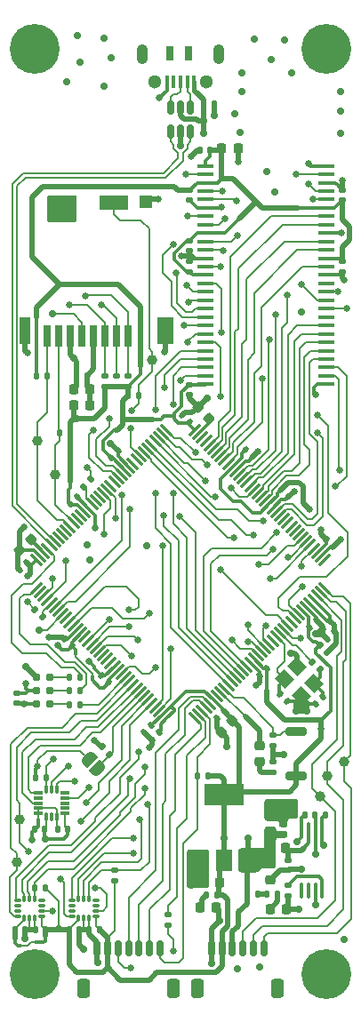
<source format=gbr>
%TF.GenerationSoftware,KiCad,Pcbnew,7.0.6*%
%TF.CreationDate,2024-05-23T09:50:57-04:00*%
%TF.ProjectId,ActiveImpactor_Control,41637469-7665-4496-9d70-6163746f725f,rev?*%
%TF.SameCoordinates,Original*%
%TF.FileFunction,Copper,L1,Top*%
%TF.FilePolarity,Positive*%
%FSLAX46Y46*%
G04 Gerber Fmt 4.6, Leading zero omitted, Abs format (unit mm)*
G04 Created by KiCad (PCBNEW 7.0.6) date 2024-05-23 09:50:57*
%MOMM*%
%LPD*%
G01*
G04 APERTURE LIST*
G04 Aperture macros list*
%AMRoundRect*
0 Rectangle with rounded corners*
0 $1 Rounding radius*
0 $2 $3 $4 $5 $6 $7 $8 $9 X,Y pos of 4 corners*
0 Add a 4 corners polygon primitive as box body*
4,1,4,$2,$3,$4,$5,$6,$7,$8,$9,$2,$3,0*
0 Add four circle primitives for the rounded corners*
1,1,$1+$1,$2,$3*
1,1,$1+$1,$4,$5*
1,1,$1+$1,$6,$7*
1,1,$1+$1,$8,$9*
0 Add four rect primitives between the rounded corners*
20,1,$1+$1,$2,$3,$4,$5,0*
20,1,$1+$1,$4,$5,$6,$7,0*
20,1,$1+$1,$6,$7,$8,$9,0*
20,1,$1+$1,$8,$9,$2,$3,0*%
%AMRotRect*
0 Rectangle, with rotation*
0 The origin of the aperture is its center*
0 $1 length*
0 $2 width*
0 $3 Rotation angle, in degrees counterclockwise*
0 Add horizontal line*
21,1,$1,$2,0,0,$3*%
%AMOutline4P*
0 Free polygon, 4 corners , with rotation*
0 The origin of the aperture is its center*
0 number of corners: always 4*
0 $1 to $8 corner X, Y*
0 $9 Rotation angle, in degrees counterclockwise*
0 create outline with 4 corners*
4,1,4,$1,$2,$3,$4,$5,$6,$7,$8,$1,$2,$9*%
%AMFreePoly0*
4,1,19,0.499999,-0.750000,0.000000,-0.750000,0.000000,-0.744912,-0.071157,-0.744911,-0.207708,-0.704816,-0.327430,-0.627875,-0.420627,-0.520320,-0.479746,-0.390866,-0.500000,-0.250000,-0.500000,0.250000,-0.479746,0.390866,-0.420627,0.520320,-0.327430,0.627875,-0.207708,0.704816,-0.071157,0.744911,0.000000,0.744912,0.000000,0.750000,0.499999,0.750000,0.499999,-0.750000,0.499999,-0.750000,
$1*%
%AMFreePoly1*
4,1,19,0.000000,0.744912,0.071157,0.744911,0.207708,0.704816,0.327430,0.627875,0.420627,0.520320,0.479746,0.390866,0.500000,0.250000,0.500000,-0.250000,0.479746,-0.390866,0.420627,-0.520320,0.327430,-0.627875,0.207708,-0.704816,0.071157,-0.744911,0.000000,-0.744912,0.000000,-0.750000,-0.499999,-0.750000,-0.499999,0.750000,0.000000,0.750000,0.000000,0.744912,0.000000,0.744912,
$1*%
G04 Aperture macros list end*
%TA.AperFunction,SMDPad,CuDef*%
%ADD10RoundRect,0.135000X0.135000X0.185000X-0.135000X0.185000X-0.135000X-0.185000X0.135000X-0.185000X0*%
%TD*%
%TA.AperFunction,SMDPad,CuDef*%
%ADD11RoundRect,0.225000X-0.017678X0.335876X-0.335876X0.017678X0.017678X-0.335876X0.335876X-0.017678X0*%
%TD*%
%TA.AperFunction,SMDPad,CuDef*%
%ADD12RoundRect,0.140000X-0.219203X-0.021213X-0.021213X-0.219203X0.219203X0.021213X0.021213X0.219203X0*%
%TD*%
%TA.AperFunction,SMDPad,CuDef*%
%ADD13RoundRect,0.135000X0.185000X-0.135000X0.185000X0.135000X-0.185000X0.135000X-0.185000X-0.135000X0*%
%TD*%
%TA.AperFunction,SMDPad,CuDef*%
%ADD14C,1.000000*%
%TD*%
%TA.AperFunction,SMDPad,CuDef*%
%ADD15RotRect,1.400000X1.200000X315.000000*%
%TD*%
%TA.AperFunction,SMDPad,CuDef*%
%ADD16RoundRect,0.135000X-0.226274X-0.035355X-0.035355X-0.226274X0.226274X0.035355X0.035355X0.226274X0*%
%TD*%
%TA.AperFunction,SMDPad,CuDef*%
%ADD17RoundRect,0.140000X-0.021213X0.219203X-0.219203X0.021213X0.021213X-0.219203X0.219203X-0.021213X0*%
%TD*%
%TA.AperFunction,SMDPad,CuDef*%
%ADD18RoundRect,0.140000X0.140000X0.170000X-0.140000X0.170000X-0.140000X-0.170000X0.140000X-0.170000X0*%
%TD*%
%TA.AperFunction,SMDPad,CuDef*%
%ADD19RoundRect,0.140000X0.170000X-0.140000X0.170000X0.140000X-0.170000X0.140000X-0.170000X-0.140000X0*%
%TD*%
%TA.AperFunction,SMDPad,CuDef*%
%ADD20FreePoly0,135.000000*%
%TD*%
%TA.AperFunction,SMDPad,CuDef*%
%ADD21FreePoly1,135.000000*%
%TD*%
%TA.AperFunction,SMDPad,CuDef*%
%ADD22RoundRect,0.218750X0.218750X0.256250X-0.218750X0.256250X-0.218750X-0.256250X0.218750X-0.256250X0*%
%TD*%
%TA.AperFunction,SMDPad,CuDef*%
%ADD23RoundRect,0.140000X-0.140000X-0.170000X0.140000X-0.170000X0.140000X0.170000X-0.140000X0.170000X0*%
%TD*%
%TA.AperFunction,SMDPad,CuDef*%
%ADD24RoundRect,0.140000X0.021213X-0.219203X0.219203X-0.021213X-0.021213X0.219203X-0.219203X0.021213X0*%
%TD*%
%TA.AperFunction,SMDPad,CuDef*%
%ADD25RoundRect,0.140000X0.219203X0.021213X0.021213X0.219203X-0.219203X-0.021213X-0.021213X-0.219203X0*%
%TD*%
%TA.AperFunction,SMDPad,CuDef*%
%ADD26RoundRect,0.218750X-0.218750X-0.256250X0.218750X-0.256250X0.218750X0.256250X-0.218750X0.256250X0*%
%TD*%
%TA.AperFunction,SMDPad,CuDef*%
%ADD27RoundRect,0.135000X-0.135000X-0.185000X0.135000X-0.185000X0.135000X0.185000X-0.135000X0.185000X0*%
%TD*%
%TA.AperFunction,SMDPad,CuDef*%
%ADD28RoundRect,0.218750X0.256250X-0.218750X0.256250X0.218750X-0.256250X0.218750X-0.256250X-0.218750X0*%
%TD*%
%TA.AperFunction,SMDPad,CuDef*%
%ADD29RoundRect,0.140000X-0.170000X0.140000X-0.170000X-0.140000X0.170000X-0.140000X0.170000X0.140000X0*%
%TD*%
%TA.AperFunction,SMDPad,CuDef*%
%ADD30RoundRect,0.225000X-0.250000X0.225000X-0.250000X-0.225000X0.250000X-0.225000X0.250000X0.225000X0*%
%TD*%
%TA.AperFunction,SMDPad,CuDef*%
%ADD31R,1.500000X2.000000*%
%TD*%
%TA.AperFunction,SMDPad,CuDef*%
%ADD32R,3.800000X2.000000*%
%TD*%
%TA.AperFunction,SMDPad,CuDef*%
%ADD33RoundRect,0.075000X0.387500X0.075000X-0.387500X0.075000X-0.387500X-0.075000X0.387500X-0.075000X0*%
%TD*%
%TA.AperFunction,SMDPad,CuDef*%
%ADD34RoundRect,0.075000X0.075000X0.325000X-0.075000X0.325000X-0.075000X-0.325000X0.075000X-0.325000X0*%
%TD*%
%TA.AperFunction,SMDPad,CuDef*%
%ADD35RoundRect,0.225000X0.250000X-0.225000X0.250000X0.225000X-0.250000X0.225000X-0.250000X-0.225000X0*%
%TD*%
%TA.AperFunction,SMDPad,CuDef*%
%ADD36RoundRect,0.135000X-0.185000X0.135000X-0.185000X-0.135000X0.185000X-0.135000X0.185000X0.135000X0*%
%TD*%
%TA.AperFunction,SMDPad,CuDef*%
%ADD37RoundRect,0.147500X-0.226274X-0.017678X-0.017678X-0.226274X0.226274X0.017678X0.017678X0.226274X0*%
%TD*%
%TA.AperFunction,SMDPad,CuDef*%
%ADD38RoundRect,0.135000X-0.035355X0.226274X-0.226274X0.035355X0.035355X-0.226274X0.226274X-0.035355X0*%
%TD*%
%TA.AperFunction,ComponentPad*%
%ADD39C,4.750000*%
%TD*%
%TA.AperFunction,SMDPad,CuDef*%
%ADD40RoundRect,0.225000X-0.225000X-0.250000X0.225000X-0.250000X0.225000X0.250000X-0.225000X0.250000X0*%
%TD*%
%TA.AperFunction,SMDPad,CuDef*%
%ADD41RoundRect,0.087500X-0.225000X-0.087500X0.225000X-0.087500X0.225000X0.087500X-0.225000X0.087500X0*%
%TD*%
%TA.AperFunction,SMDPad,CuDef*%
%ADD42RoundRect,0.087500X-0.087500X-0.225000X0.087500X-0.225000X0.087500X0.225000X-0.087500X0.225000X0*%
%TD*%
%TA.AperFunction,SMDPad,CuDef*%
%ADD43RoundRect,0.225000X0.225000X0.250000X-0.225000X0.250000X-0.225000X-0.250000X0.225000X-0.250000X0*%
%TD*%
%TA.AperFunction,SMDPad,CuDef*%
%ADD44RoundRect,0.200000X-0.800000X0.200000X-0.800000X-0.200000X0.800000X-0.200000X0.800000X0.200000X0*%
%TD*%
%TA.AperFunction,SMDPad,CuDef*%
%ADD45RoundRect,0.150000X-0.150000X-0.625000X0.150000X-0.625000X0.150000X0.625000X-0.150000X0.625000X0*%
%TD*%
%TA.AperFunction,SMDPad,CuDef*%
%ADD46RoundRect,0.250000X-0.350000X-0.650000X0.350000X-0.650000X0.350000X0.650000X-0.350000X0.650000X0*%
%TD*%
%TA.AperFunction,SMDPad,CuDef*%
%ADD47RoundRect,0.225000X0.335876X0.017678X0.017678X0.335876X-0.335876X-0.017678X-0.017678X-0.335876X0*%
%TD*%
%TA.AperFunction,SMDPad,CuDef*%
%ADD48RoundRect,0.135000X0.226274X0.035355X0.035355X0.226274X-0.226274X-0.035355X-0.035355X-0.226274X0*%
%TD*%
%TA.AperFunction,ConnectorPad*%
%ADD49C,0.787400*%
%TD*%
%TA.AperFunction,SMDPad,CuDef*%
%ADD50R,0.711200X2.006600*%
%TD*%
%TA.AperFunction,SMDPad,CuDef*%
%ADD51R,2.692400X1.397000*%
%TD*%
%TA.AperFunction,SMDPad,CuDef*%
%ADD52R,0.990600X2.590800*%
%TD*%
%TA.AperFunction,SMDPad,CuDef*%
%ADD53R,1.193800X1.193800*%
%TD*%
%TA.AperFunction,SMDPad,CuDef*%
%ADD54R,1.498600X2.590800*%
%TD*%
%TA.AperFunction,SMDPad,CuDef*%
%ADD55R,1.510000X0.458000*%
%TD*%
%TA.AperFunction,SMDPad,CuDef*%
%ADD56RoundRect,0.150000X0.150000X-0.512500X0.150000X0.512500X-0.150000X0.512500X-0.150000X-0.512500X0*%
%TD*%
%TA.AperFunction,SMDPad,CuDef*%
%ADD57Outline4P,-0.200000X-0.625000X0.200000X-0.625000X0.200000X0.625000X-0.200000X0.625000X0.000000*%
%TD*%
%TA.AperFunction,SMDPad,CuDef*%
%ADD58R,0.400000X1.250000*%
%TD*%
%TA.AperFunction,ComponentPad*%
%ADD59O,1.070000X1.900000*%
%TD*%
%TA.AperFunction,ComponentPad*%
%ADD60C,1.300000*%
%TD*%
%TA.AperFunction,SMDPad,CuDef*%
%ADD61Outline4P,-0.300000X-0.675000X0.300000X-0.675000X0.300000X0.675000X-0.300000X0.675000X0.000000*%
%TD*%
%TA.AperFunction,SMDPad,CuDef*%
%ADD62RoundRect,0.100000X0.100000X-0.637500X0.100000X0.637500X-0.100000X0.637500X-0.100000X-0.637500X0*%
%TD*%
%TA.AperFunction,SMDPad,CuDef*%
%ADD63RoundRect,0.075000X0.521491X-0.415425X-0.415425X0.521491X-0.521491X0.415425X0.415425X-0.521491X0*%
%TD*%
%TA.AperFunction,SMDPad,CuDef*%
%ADD64RoundRect,0.075000X0.521491X0.415425X0.415425X0.521491X-0.521491X-0.415425X-0.415425X-0.521491X0*%
%TD*%
%TA.AperFunction,ViaPad*%
%ADD65C,0.700000*%
%TD*%
%TA.AperFunction,ViaPad*%
%ADD66C,0.650000*%
%TD*%
%TA.AperFunction,Conductor*%
%ADD67C,0.300000*%
%TD*%
%TA.AperFunction,Conductor*%
%ADD68C,0.500000*%
%TD*%
%TA.AperFunction,Conductor*%
%ADD69C,0.200000*%
%TD*%
%TA.AperFunction,Conductor*%
%ADD70C,0.150000*%
%TD*%
%TA.AperFunction,Conductor*%
%ADD71C,0.400000*%
%TD*%
G04 APERTURE END LIST*
D10*
%TO.P,R206,1*%
%TO.N,/microcontroller/SWD_SWDIO*%
X-9580000Y-15800000D03*
%TO.P,R206,2*%
%TO.N,Net-(J201-SWDIO)*%
X-10600000Y-15800000D03*
%TD*%
D11*
%TO.P,C201,1*%
%TO.N,+3.3V*%
X4948008Y-19951992D03*
%TO.P,C201,2*%
%TO.N,GND*%
X3851992Y-21048008D03*
%TD*%
D12*
%TO.P,C203,1*%
%TO.N,/microcontroller/HSE_IN*%
X9460589Y-17460589D03*
%TO.P,C203,2*%
%TO.N,GND*%
X10139411Y-18139411D03*
%TD*%
D13*
%TO.P,R501,1*%
%TO.N,+3.3V*%
X-7200000Y11890000D03*
%TO.P,R501,2*%
%TO.N,/microcontroller/SDMMC1_CMD*%
X-7200000Y12910000D03*
%TD*%
D14*
%TO.P,TP712,1,1*%
%TO.N,/accelerometer/IIS3DWB_INT2*%
X-15300000Y-29400000D03*
%TD*%
D10*
%TO.P,R505,1*%
%TO.N,+3.3V*%
X-10490000Y7500000D03*
%TO.P,R505,2*%
%TO.N,/microcontroller/SDMMC1_D0*%
X-11510000Y7500000D03*
%TD*%
D13*
%TO.P,R504,1*%
%TO.N,+3.3V*%
X-5000000Y11890000D03*
%TO.P,R504,2*%
%TO.N,/microcontroller/SDMMC1_D2*%
X-5000000Y12910000D03*
%TD*%
D15*
%TO.P,Y201,1,1*%
%TO.N,/microcontroller/HSE_IN*%
X9921142Y-16023223D03*
%TO.P,Y201,2,2*%
%TO.N,GND*%
X11476777Y-17578858D03*
%TO.P,Y201,3,3*%
%TO.N,Net-(C206-Pad1)*%
X12678858Y-16376777D03*
%TO.P,Y201,4,4*%
%TO.N,GND*%
X11123223Y-14821142D03*
%TD*%
D16*
%TO.P,R202,1*%
%TO.N,/microcontroller/HSE_OUT*%
X12539376Y-14339376D03*
%TO.P,R202,2*%
%TO.N,Net-(C206-Pad1)*%
X13260624Y-15060624D03*
%TD*%
D17*
%TO.P,C218,1*%
%TO.N,+3.3VA*%
X14639411Y-11460589D03*
%TO.P,C218,2*%
%TO.N,GND*%
X13960589Y-12139411D03*
%TD*%
D18*
%TO.P,C404,1*%
%TO.N,+3.3V*%
X2780000Y34400000D03*
%TO.P,C404,2*%
%TO.N,GND*%
X1820000Y34400000D03*
%TD*%
D19*
%TO.P,C103,1*%
%TO.N,+5V*%
X9800000Y-30780000D03*
%TO.P,C103,2*%
%TO.N,GND*%
X9800000Y-29820000D03*
%TD*%
D18*
%TO.P,C701,1*%
%TO.N,+3.3V*%
X-12920000Y-30300000D03*
%TO.P,C701,2*%
%TO.N,GND*%
X-13880000Y-30300000D03*
%TD*%
D20*
%TO.P,JP201,1,A*%
%TO.N,/microcontroller/BOOT0*%
X-7840381Y-24559619D03*
D21*
%TO.P,JP201,2,B*%
%TO.N,+3.3V*%
X-8759619Y-23640381D03*
%TD*%
D19*
%TO.P,C408,1*%
%TO.N,+3.3V*%
X850000Y22820000D03*
%TO.P,C408,2*%
%TO.N,GND*%
X850000Y23780000D03*
%TD*%
D18*
%TO.P,C706,1*%
%TO.N,+3.3V*%
X-12882500Y-39850000D03*
%TO.P,C706,2*%
%TO.N,GND*%
X-13842500Y-39850000D03*
%TD*%
D17*
%TO.P,C216,1*%
%TO.N,+3.3V*%
X8189411Y-14960589D03*
%TO.P,C216,2*%
%TO.N,GND*%
X7510589Y-15639411D03*
%TD*%
D22*
%TO.P,D102,1,K*%
%TO.N,GND*%
X3412500Y-37737500D03*
%TO.P,D102,2,A*%
%TO.N,Net-(D102-A)*%
X1837500Y-37737500D03*
%TD*%
D23*
%TO.P,C705,1*%
%TO.N,+3.3V*%
X-15742500Y-39850000D03*
%TO.P,C705,2*%
%TO.N,GND*%
X-14782500Y-39850000D03*
%TD*%
D18*
%TO.P,C702,1*%
%TO.N,+3.3V*%
X-10720000Y-30300000D03*
%TO.P,C702,2*%
%TO.N,GND*%
X-11680000Y-30300000D03*
%TD*%
D24*
%TO.P,C211,1*%
%TO.N,+3.3V*%
X12260589Y-11039411D03*
%TO.P,C211,2*%
%TO.N,GND*%
X12939411Y-10360589D03*
%TD*%
D25*
%TO.P,C209,1*%
%TO.N,+3.3V*%
X-10360589Y-12839411D03*
%TO.P,C209,2*%
%TO.N,GND*%
X-11039411Y-12160589D03*
%TD*%
D26*
%TO.P,FB101,1*%
%TO.N,+5V*%
X8437500Y-32037500D03*
%TO.P,FB101,2*%
%TO.N,Net-(U101-OUT)*%
X10012500Y-32037500D03*
%TD*%
D12*
%TO.P,C217,1*%
%TO.N,+3.3V*%
X6160589Y5839411D03*
%TO.P,C217,2*%
%TO.N,GND*%
X6839411Y5160589D03*
%TD*%
D27*
%TO.P,R507,1*%
%TO.N,+3.3V*%
X-5010000Y11000000D03*
%TO.P,R507,2*%
%TO.N,/microcontroller/SD_DET*%
X-3990000Y11000000D03*
%TD*%
D28*
%TO.P,D201,1,K*%
%TO.N,Net-(D201-K)*%
X7500000Y-23887500D03*
%TO.P,D201,2,A*%
%TO.N,/microcontroller/LED_STATUS*%
X7500000Y-22312500D03*
%TD*%
D29*
%TO.P,C403,1*%
%TO.N,+3.3V*%
X15400000Y23780000D03*
%TO.P,C403,2*%
%TO.N,GND*%
X15400000Y22820000D03*
%TD*%
D25*
%TO.P,C214,1*%
%TO.N,+3.3V*%
X-6860589Y-16339411D03*
%TO.P,C214,2*%
%TO.N,GND*%
X-7539411Y-15660589D03*
%TD*%
D10*
%TO.P,R801,1*%
%TO.N,+3.3V*%
X2610000Y-25250000D03*
%TO.P,R801,2*%
%TO.N,/expansion/EXP_CS*%
X1590000Y-25250000D03*
%TD*%
D27*
%TO.P,R506,1*%
%TO.N,+3.3V*%
X-13710000Y12900000D03*
%TO.P,R506,2*%
%TO.N,/microcontroller/SDMMC1_D1*%
X-12690000Y12900000D03*
%TD*%
D30*
%TO.P,C106,1*%
%TO.N,+5V*%
X8525000Y-33562500D03*
%TO.P,C106,2*%
%TO.N,GND*%
X8525000Y-35112500D03*
%TD*%
D23*
%TO.P,C101,1*%
%TO.N,/USB/USB_5V*%
X12820000Y-28900000D03*
%TO.P,C101,2*%
%TO.N,GND*%
X13780000Y-28900000D03*
%TD*%
D31*
%TO.P,U102,1,GND*%
%TO.N,GND*%
X1825000Y-33287500D03*
%TO.P,U102,2,VO*%
%TO.N,+3.3V*%
X4125000Y-33287500D03*
D32*
X4125000Y-26987500D03*
D31*
%TO.P,U102,3,VI*%
%TO.N,+5V*%
X6425000Y-33287500D03*
%TD*%
D16*
%TO.P,R502,1*%
%TO.N,Net-(J501-CLK)*%
X-13860624Y-9339376D03*
%TO.P,R502,2*%
%TO.N,/microcontroller/SDMMC1_CK*%
X-13139376Y-10060624D03*
%TD*%
D19*
%TO.P,C402,1*%
%TO.N,+3.3V*%
X15400000Y29620000D03*
%TO.P,C402,2*%
%TO.N,GND*%
X15400000Y30580000D03*
%TD*%
D17*
%TO.P,C206,1*%
%TO.N,Net-(C206-Pad1)*%
X13539411Y-17660589D03*
%TO.P,C206,2*%
%TO.N,GND*%
X12860589Y-18339411D03*
%TD*%
D14*
%TO.P,TP603,1,1*%
%TO.N,/encoder/ENC_A*%
X13300000Y-27200000D03*
%TD*%
D33*
%TO.P,U702,1,V_{DD_I/O}*%
%TO.N,+3.3V*%
X-11012500Y-28800000D03*
%TO.P,U702,2*%
%TO.N,N/C*%
X-11012500Y-28300000D03*
%TO.P,U702,3,RES*%
%TO.N,unconnected-(U702-RES-Pad3)*%
X-11012500Y-27800000D03*
%TO.P,U702,4,SCLK*%
%TO.N,/accelerometer/ADXL372_CLK*%
X-11012500Y-27300000D03*
%TO.P,U702,5,ADC_IN*%
%TO.N,unconnected-(U702-ADC_IN-Pad5)*%
X-11012500Y-26800000D03*
D34*
%TO.P,U702,6,MOSI*%
%TO.N,/accelerometer/ADXL372_MOSI*%
X-11800000Y-26525000D03*
%TO.P,U702,7,MISO*%
%TO.N,/accelerometer/ADXL372_MISO*%
X-12300000Y-26525000D03*
%TO.P,U702,8,~{CS}*%
%TO.N,/accelerometer/ADXL372_CS*%
X-12800000Y-26525000D03*
D33*
%TO.P,U702,9,INT2*%
%TO.N,/accelerometer/ADXL372_INT2*%
X-13587500Y-26800000D03*
%TO.P,U702,10,RES*%
%TO.N,unconnected-(U702-RES-Pad10)*%
X-13587500Y-27300000D03*
%TO.P,U702,11,INT1*%
%TO.N,/accelerometer/ADXL372_INT1*%
X-13587500Y-27800000D03*
%TO.P,U702,12,GND*%
%TO.N,GND*%
X-13587500Y-28300000D03*
%TO.P,U702,13,GND*%
X-13587500Y-28800000D03*
D34*
%TO.P,U702,14,V_{S}*%
%TO.N,+3.3V*%
X-12800000Y-29075000D03*
%TO.P,U702,15*%
%TO.N,N/C*%
X-12300000Y-29075000D03*
%TO.P,U702,16,GND*%
%TO.N,GND*%
X-11800000Y-29075000D03*
%TD*%
D35*
%TO.P,C104,1*%
%TO.N,+5V*%
X8525000Y-30512500D03*
%TO.P,C104,2*%
%TO.N,GND*%
X8525000Y-28962500D03*
%TD*%
D36*
%TO.P,R201,1*%
%TO.N,/microcontroller/BUTTON*%
X8800000Y-21290000D03*
%TO.P,R201,2*%
%TO.N,GND*%
X8800000Y-22310000D03*
%TD*%
D14*
%TO.P,TP601,1,1*%
%TO.N,/encoder/ENC_IW*%
X15600000Y-23900000D03*
%TD*%
D25*
%TO.P,C212,1*%
%TO.N,+3.3V*%
X839411Y8460589D03*
%TO.P,C212,2*%
%TO.N,GND*%
X160589Y9139411D03*
%TD*%
D37*
%TO.P,L201,1*%
%TO.N,+3.3V*%
X13257053Y-12757053D03*
%TO.P,L201,2*%
%TO.N,+3.3VA*%
X13942947Y-13442947D03*
%TD*%
D23*
%TO.P,C301,1*%
%TO.N,/USB/USB_5V*%
X2220000Y38800000D03*
%TO.P,C301,2*%
%TO.N,GND*%
X3180000Y38800000D03*
%TD*%
D38*
%TO.P,R401,1*%
%TO.N,Net-(U401-CLK)*%
X-8539376Y3060624D03*
%TO.P,R401,2*%
%TO.N,/SDRAM/CLK*%
X-9260624Y2339376D03*
%TD*%
D39*
%TO.P,H102,1,1*%
%TO.N,GND*%
X-13890500Y44053000D03*
%TD*%
D13*
%TO.P,R802,1*%
%TO.N,Net-(J801-Pin_3)*%
X-1200000Y-39410000D03*
%TO.P,R802,2*%
%TO.N,/expansion/EXP_INT*%
X-1200000Y-38390000D03*
%TD*%
%TO.P,R701,1*%
%TO.N,+3.3V*%
X-6300000Y-35210000D03*
%TO.P,R701,2*%
%TO.N,/accelerometer/LSM6DS3_CS*%
X-6300000Y-34190000D03*
%TD*%
D17*
%TO.P,C202,1*%
%TO.N,+3.3V*%
X-2060589Y-21060589D03*
%TO.P,C202,2*%
%TO.N,GND*%
X-2739411Y-21739411D03*
%TD*%
D29*
%TO.P,C102,1*%
%TO.N,Net-(U101-OUT)*%
X10225000Y-33257500D03*
%TO.P,C102,2*%
%TO.N,GND*%
X10225000Y-34217500D03*
%TD*%
D39*
%TO.P,H101,1,1*%
%TO.N,GND*%
X13890500Y44053000D03*
%TD*%
D12*
%TO.P,C204,1*%
%TO.N,+3.3V*%
X13860589Y-2660589D03*
%TO.P,C204,2*%
%TO.N,GND*%
X14539411Y-3339411D03*
%TD*%
D17*
%TO.P,C208,1*%
%TO.N,+3.3V*%
X-14660589Y-4921178D03*
%TO.P,C208,2*%
%TO.N,GND*%
X-15339411Y-5600000D03*
%TD*%
%TO.P,C219,1*%
%TO.N,+3.3VA*%
X14239411Y-10460589D03*
%TO.P,C219,2*%
%TO.N,GND*%
X13560589Y-11139411D03*
%TD*%
D10*
%TO.P,R205,1*%
%TO.N,/microcontroller/SWD_SWCLK*%
X-9580000Y-17100000D03*
%TO.P,R205,2*%
%TO.N,Net-(J201-SWCLK)*%
X-10600000Y-17100000D03*
%TD*%
D29*
%TO.P,C407,1*%
%TO.N,+3.3V*%
X850000Y12080000D03*
%TO.P,C407,2*%
%TO.N,GND*%
X850000Y11120000D03*
%TD*%
D40*
%TO.P,C401,1*%
%TO.N,+3.3V*%
X3925000Y34600000D03*
%TO.P,C401,2*%
%TO.N,GND*%
X5475000Y34600000D03*
%TD*%
D14*
%TO.P,TP602,1,1*%
%TO.N,/encoder/ENC_B*%
X14000000Y-25200000D03*
%TD*%
D11*
%TO.P,C222,1*%
%TO.N,Net-(C222-Pad1)*%
X-14251992Y-2651992D03*
%TO.P,C222,2*%
%TO.N,GND*%
X-15348008Y-3748008D03*
%TD*%
D14*
%TO.P,TP507,1,1*%
%TO.N,/microcontroller/SD_DET*%
X-2700000Y14400000D03*
%TD*%
D17*
%TO.P,C210,1*%
%TO.N,+3.3V*%
X-2760589Y-20421178D03*
%TO.P,C210,2*%
%TO.N,GND*%
X-3439411Y-21100000D03*
%TD*%
D22*
%TO.P,D101,1,K*%
%TO.N,GND*%
X10087500Y-37900000D03*
%TO.P,D101,2,A*%
%TO.N,Net-(D101-A)*%
X8512500Y-37900000D03*
%TD*%
D41*
%TO.P,U703,1,SDO/SA0*%
%TO.N,/accelerometer/IIS3DWB_MISO*%
X-15525000Y-37100000D03*
%TO.P,U703,2,SDX*%
%TO.N,unconnected-(U703-SDX-Pad2)*%
X-15525000Y-37600000D03*
%TO.P,U703,3,SCX*%
%TO.N,unconnected-(U703-SCX-Pad3)*%
X-15525000Y-38100000D03*
%TO.P,U703,4,INT1*%
%TO.N,/accelerometer/IIS3DWB_INT1*%
X-15525000Y-38600000D03*
D42*
%TO.P,U703,5,VDDIO*%
%TO.N,+3.3V*%
X-14862500Y-38762500D03*
%TO.P,U703,6,GND*%
%TO.N,GND*%
X-14362500Y-38762500D03*
%TO.P,U703,7,GND*%
X-13862500Y-38762500D03*
D41*
%TO.P,U703,8,VDD*%
%TO.N,+3.3V*%
X-13200000Y-38600000D03*
%TO.P,U703,9,INT2*%
%TO.N,/accelerometer/IIS3DWB_INT2*%
X-13200000Y-38100000D03*
%TO.P,U703,10,NC*%
%TO.N,unconnected-(U703-NC-Pad10)*%
X-13200000Y-37600000D03*
%TO.P,U703,11,NC*%
%TO.N,unconnected-(U703-NC-Pad11)*%
X-13200000Y-37100000D03*
D42*
%TO.P,U703,12,CS*%
%TO.N,/accelerometer/IIS3DWB_CS*%
X-13862500Y-36937500D03*
%TO.P,U703,13,SCL*%
%TO.N,/accelerometer/IIS3DWB_CLK*%
X-14362500Y-36937500D03*
%TO.P,U703,14,SDA*%
%TO.N,/accelerometer/IIS3DWB_MOSI*%
X-14862500Y-36937500D03*
%TD*%
D29*
%TO.P,C406,1*%
%TO.N,+3.3V*%
X850000Y25780000D03*
%TO.P,C406,2*%
%TO.N,GND*%
X850000Y24820000D03*
%TD*%
D41*
%TO.P,U701,1,SDO/SA0*%
%TO.N,/accelerometer/LSM6DS3_MISO*%
X-10362500Y-37100000D03*
%TO.P,U701,2,SDX*%
%TO.N,unconnected-(U701-SDX-Pad2)*%
X-10362500Y-37600000D03*
%TO.P,U701,3,SCX*%
%TO.N,unconnected-(U701-SCX-Pad3)*%
X-10362500Y-38100000D03*
%TO.P,U701,4,INT1*%
%TO.N,/accelerometer/LSM6DS3_INT1*%
X-10362500Y-38600000D03*
D42*
%TO.P,U701,5,VDDIO*%
%TO.N,+3.3V*%
X-9700000Y-38762500D03*
%TO.P,U701,6,GND*%
%TO.N,GND*%
X-9200000Y-38762500D03*
%TO.P,U701,7,GND*%
X-8700000Y-38762500D03*
D41*
%TO.P,U701,8,VDD*%
%TO.N,+3.3V*%
X-8037500Y-38600000D03*
%TO.P,U701,9,INT2*%
%TO.N,/accelerometer/LSM6DS3_INT2*%
X-8037500Y-38100000D03*
%TO.P,U701,10,NC*%
%TO.N,unconnected-(U701-NC-Pad10)*%
X-8037500Y-37600000D03*
%TO.P,U701,11,NC*%
%TO.N,unconnected-(U701-NC-Pad11)*%
X-8037500Y-37100000D03*
D42*
%TO.P,U701,12,CS*%
%TO.N,/accelerometer/LSM6DS3_CS*%
X-8700000Y-36937500D03*
%TO.P,U701,13,SCL*%
%TO.N,/accelerometer/LSM6DS3_CLK*%
X-9200000Y-36937500D03*
%TO.P,U701,14,SDA*%
%TO.N,/accelerometer/LSM6DS3_MOSI*%
X-9700000Y-36937500D03*
%TD*%
D43*
%TO.P,C107,1*%
%TO.N,+3.3V*%
X3700000Y-35337500D03*
%TO.P,C107,2*%
%TO.N,GND*%
X2150000Y-35337500D03*
%TD*%
D27*
%TO.P,R102,1*%
%TO.N,+5V*%
X6315000Y-36437500D03*
%TO.P,R102,2*%
%TO.N,Net-(R102-Pad2)*%
X7335000Y-36437500D03*
%TD*%
D24*
%TO.P,C213,1*%
%TO.N,+3.3V*%
X-10539411Y660589D03*
%TO.P,C213,2*%
%TO.N,GND*%
X-9860589Y1339411D03*
%TD*%
D44*
%TO.P,SW201,1,1*%
%TO.N,/microcontroller/BUTTON*%
X11000000Y-21000000D03*
%TO.P,SW201,2,2*%
%TO.N,+3.3V*%
X11000000Y-25200000D03*
%TD*%
D18*
%TO.P,C703,1*%
%TO.N,+3.3V*%
X-7720000Y-39850000D03*
%TO.P,C703,2*%
%TO.N,GND*%
X-8680000Y-39850000D03*
%TD*%
D36*
%TO.P,R101,1*%
%TO.N,Net-(U101-ILIM)*%
X10225000Y-35627500D03*
%TO.P,R101,2*%
%TO.N,GND*%
X10225000Y-36647500D03*
%TD*%
D45*
%TO.P,J801,1,Pin_1*%
%TO.N,GND*%
X-7950000Y-41600000D03*
%TO.P,J801,2,Pin_2*%
%TO.N,+3.3V*%
X-6950000Y-41600000D03*
%TO.P,J801,3,Pin_3*%
%TO.N,Net-(J801-Pin_3)*%
X-5950000Y-41600000D03*
%TO.P,J801,4,Pin_4*%
%TO.N,/expansion/EXP_MOSI*%
X-4950000Y-41600000D03*
%TO.P,J801,5,Pin_5*%
%TO.N,/expansion/EXP_MISO*%
X-3950000Y-41600000D03*
%TO.P,J801,6,Pin_6*%
%TO.N,/expansion/EXP_CLK*%
X-2950000Y-41600000D03*
%TO.P,J801,7,Pin_7*%
%TO.N,/expansion/EXP_CS*%
X-1950000Y-41600000D03*
D46*
%TO.P,J801,MP*%
%TO.N,N/C*%
X-9250000Y-45475000D03*
X-650000Y-45475000D03*
%TD*%
D27*
%TO.P,R103,1*%
%TO.N,Net-(R102-Pad2)*%
X8215000Y-36437500D03*
%TO.P,R103,2*%
%TO.N,Net-(D101-A)*%
X9235000Y-36437500D03*
%TD*%
D39*
%TO.P,H104,1,1*%
%TO.N,GND*%
X13890500Y-44053000D03*
%TD*%
D10*
%TO.P,R207,1*%
%TO.N,/microcontroller/SWD_SWO*%
X-9580000Y-18400000D03*
%TO.P,R207,2*%
%TO.N,Net-(J201-SWO)*%
X-10600000Y-18400000D03*
%TD*%
D47*
%TO.P,C220,1*%
%TO.N,Net-(C220-Pad1)*%
X2748008Y8851992D03*
%TO.P,C220,2*%
%TO.N,GND*%
X1651992Y9948008D03*
%TD*%
D10*
%TO.P,R703,1*%
%TO.N,+3.3V*%
X-12852500Y-35850000D03*
%TO.P,R703,2*%
%TO.N,/accelerometer/IIS3DWB_CS*%
X-13872500Y-35850000D03*
%TD*%
D39*
%TO.P,H103,1,1*%
%TO.N,GND*%
X-13890500Y-44053000D03*
%TD*%
D14*
%TO.P,TP711,1,1*%
%TO.N,/accelerometer/IIS3DWB_INT1*%
X-15600000Y-33400000D03*
%TD*%
D26*
%TO.P,FB501,1*%
%TO.N,+3.3V*%
X-10187500Y10100000D03*
%TO.P,FB501,2*%
%TO.N,Net-(J501-VDD)*%
X-8612500Y10100000D03*
%TD*%
D48*
%TO.P,R203,1*%
%TO.N,/microcontroller/BOOT0*%
X-6739376Y-23160624D03*
%TO.P,R203,2*%
%TO.N,GND*%
X-7460624Y-22439376D03*
%TD*%
D49*
%TO.P,J201,1,VCC*%
%TO.N,+3.3V*%
X-13725000Y-15830000D03*
%TO.P,J201,2,SWDIO*%
%TO.N,Net-(J201-SWDIO)*%
X-12455000Y-15830000D03*
%TO.P,J201,3,~{RESET}*%
%TO.N,/microcontroller/SWD_NRST*%
X-13725000Y-17100000D03*
%TO.P,J201,4,SWCLK*%
%TO.N,Net-(J201-SWCLK)*%
X-12455000Y-17100000D03*
%TO.P,J201,5,GND*%
%TO.N,GND*%
X-13725000Y-18370000D03*
%TO.P,J201,6,SWO*%
%TO.N,Net-(J201-SWO)*%
X-12455000Y-18370000D03*
%TD*%
D50*
%TO.P,J501,1,DAT2*%
%TO.N,/microcontroller/SDMMC1_D2*%
X-4977001Y16701649D03*
%TO.P,J501,2,CD/DAT3*%
%TO.N,/microcontroller/SDMMC1_D3*%
X-6077001Y16701649D03*
%TO.P,J501,3,CMD*%
%TO.N,/microcontroller/SDMMC1_CMD*%
X-7177002Y16701649D03*
%TO.P,J501,4,VDD*%
%TO.N,Net-(J501-VDD)*%
X-8277002Y16701649D03*
%TO.P,J501,5,CLK*%
%TO.N,Net-(J501-CLK)*%
X-9377002Y16701649D03*
%TO.P,J501,6,VSS*%
%TO.N,GND*%
X-10477003Y16701649D03*
%TO.P,J501,7,DAT0*%
%TO.N,/microcontroller/SDMMC1_D0*%
X-11577000Y16701649D03*
%TO.P,J501,8,DAT1*%
%TO.N,/microcontroller/SDMMC1_D1*%
X-12677001Y16701649D03*
D51*
%TO.P,J501,9,CDS*%
%TO.N,/microcontroller/SD_DET*%
X-6377001Y29401649D03*
D52*
%TO.P,J501,10,GND1*%
%TO.N,GND*%
X-14776999Y17201650D03*
D51*
%TO.P,J501,11,GND2*%
X-11277001Y29401649D03*
D53*
%TO.P,J501,12,GND3*%
X-3326999Y29501651D03*
D54*
%TO.P,J501,13,GND4*%
X-1477000Y17201651D03*
%TD*%
D55*
%TO.P,U401,1,VDD*%
%TO.N,+3.3V*%
X2350000Y32900000D03*
%TO.P,U401,2,DQ0*%
%TO.N,/SDRAM/DQ0*%
X2350000Y32100000D03*
%TO.P,U401,3,VDDQ*%
%TO.N,+3.3V*%
X2350000Y31300000D03*
%TO.P,U401,4,DQ1*%
%TO.N,/SDRAM/DQ1*%
X2350000Y30500000D03*
%TO.P,U401,5,DQ2*%
%TO.N,/SDRAM/DQ2*%
X2350000Y29700000D03*
%TO.P,U401,6,VSSQ*%
%TO.N,GND*%
X2350000Y28900000D03*
%TO.P,U401,7,DQ3*%
%TO.N,/SDRAM/DQ3*%
X2350000Y28100000D03*
%TO.P,U401,8,DQ4*%
%TO.N,/SDRAM/DQ4*%
X2350000Y27300000D03*
%TO.P,U401,9,VDDQ*%
%TO.N,+3.3V*%
X2350000Y26500000D03*
%TO.P,U401,10,DQ5*%
%TO.N,/SDRAM/DQ5*%
X2350000Y25700000D03*
%TO.P,U401,11,DQ6*%
%TO.N,/SDRAM/DQ6*%
X2350000Y24900000D03*
%TO.P,U401,12,VSSQ*%
%TO.N,GND*%
X2350000Y24100000D03*
%TO.P,U401,13,DQ7*%
%TO.N,/SDRAM/DQ7*%
X2350000Y23300000D03*
%TO.P,U401,14,VDD*%
%TO.N,+3.3V*%
X2350000Y22500000D03*
%TO.P,U401,15,LDQM*%
%TO.N,/SDRAM/LDQM*%
X2350000Y21700000D03*
%TO.P,U401,16,~{WE}*%
%TO.N,/SDRAM/NWE*%
X2350000Y20900000D03*
%TO.P,U401,17,~{CAS}*%
%TO.N,/SDRAM/NCAS*%
X2350000Y20100000D03*
%TO.P,U401,18,~{RAS}*%
%TO.N,/SDRAM/NRAS*%
X2350000Y19300000D03*
%TO.P,U401,19,~{CS}*%
%TO.N,/SDRAM/NCS*%
X2350000Y18500000D03*
%TO.P,U401,20,BS0*%
%TO.N,/SDRAM/BS0*%
X2350000Y17700000D03*
%TO.P,U401,21,BS1*%
%TO.N,/SDRAM/BS1*%
X2350000Y16900000D03*
%TO.P,U401,22,A10/AP*%
%TO.N,/SDRAM/A10*%
X2350000Y16100000D03*
%TO.P,U401,23,A0*%
%TO.N,/SDRAM/A0*%
X2350000Y15300000D03*
%TO.P,U401,24,A1*%
%TO.N,/SDRAM/A1*%
X2350000Y14500000D03*
%TO.P,U401,25,A2*%
%TO.N,/SDRAM/A2*%
X2350000Y13700000D03*
%TO.P,U401,26,A3*%
%TO.N,/SDRAM/A3*%
X2350000Y12900000D03*
%TO.P,U401,27,VDD*%
%TO.N,+3.3V*%
X2350000Y12100000D03*
%TO.P,U401,28,VSS*%
%TO.N,GND*%
X13850000Y12100000D03*
%TO.P,U401,29,A4*%
%TO.N,/SDRAM/A4*%
X13850000Y12900000D03*
%TO.P,U401,30,A5*%
%TO.N,/SDRAM/A5*%
X13850000Y13700000D03*
%TO.P,U401,31,A6*%
%TO.N,/SDRAM/A6*%
X13850000Y14500000D03*
%TO.P,U401,32,A7*%
%TO.N,/SDRAM/A7*%
X13850000Y15300000D03*
%TO.P,U401,33,A8*%
%TO.N,/SDRAM/A8*%
X13850000Y16100000D03*
%TO.P,U401,34,A9*%
%TO.N,/SDRAM/A9*%
X13850000Y16900000D03*
%TO.P,U401,35,A11*%
%TO.N,/SDRAM/A11*%
X13850000Y17700000D03*
%TO.P,U401,36,NC*%
%TO.N,unconnected-(U401-NC-Pad36)*%
X13850000Y18500000D03*
%TO.P,U401,37,CKE*%
%TO.N,/SDRAM/CKE*%
X13850000Y19300000D03*
%TO.P,U401,38,CLK*%
%TO.N,Net-(U401-CLK)*%
X13850000Y20100000D03*
%TO.P,U401,39,UDQM*%
%TO.N,/SDRAM/UDQM*%
X13850000Y20900000D03*
%TO.P,U401,40,NC*%
%TO.N,unconnected-(U401-NC-Pad40)*%
X13850000Y21700000D03*
%TO.P,U401,41,VSS*%
%TO.N,GND*%
X13850000Y22500000D03*
%TO.P,U401,42,DQ8*%
%TO.N,/SDRAM/DQ8*%
X13850000Y23300000D03*
%TO.P,U401,43,VDDQ*%
%TO.N,+3.3V*%
X13850000Y24100000D03*
%TO.P,U401,44,DQ9*%
%TO.N,/SDRAM/DQ9*%
X13850000Y24900000D03*
%TO.P,U401,45,DQ10*%
%TO.N,/SDRAM/DQ10*%
X13850000Y25700000D03*
%TO.P,U401,46,VSSQ*%
%TO.N,GND*%
X13850000Y26500000D03*
%TO.P,U401,47,DQ11*%
%TO.N,/SDRAM/DQ11*%
X13850000Y27300000D03*
%TO.P,U401,48,DQ12*%
%TO.N,/SDRAM/DQ12*%
X13850000Y28100000D03*
%TO.P,U401,49,VDDQ*%
%TO.N,+3.3V*%
X13850000Y28900000D03*
%TO.P,U401,50,DQ13*%
%TO.N,/SDRAM/DQ13*%
X13850000Y29700000D03*
%TO.P,U401,51,DQ14*%
%TO.N,/SDRAM/DQ14*%
X13850000Y30500000D03*
%TO.P,U401,52,VSSQ*%
%TO.N,GND*%
X13850000Y31300000D03*
%TO.P,U401,53,DQ15*%
%TO.N,/SDRAM/DQ15*%
X13850000Y32100000D03*
%TO.P,U401,54,VSS*%
%TO.N,GND*%
X13850000Y32900000D03*
%TD*%
D24*
%TO.P,C207,1*%
%TO.N,+3.3V*%
X-6639411Y5060589D03*
%TO.P,C207,2*%
%TO.N,GND*%
X-5960589Y5739411D03*
%TD*%
D18*
%TO.P,C501,1*%
%TO.N,Net-(J501-VDD)*%
X-8920000Y12900000D03*
%TO.P,C501,2*%
%TO.N,GND*%
X-9880000Y12900000D03*
%TD*%
D12*
%TO.P,C205,1*%
%TO.N,+3.3V*%
X9560589Y2039411D03*
%TO.P,C205,2*%
%TO.N,GND*%
X10239411Y1360589D03*
%TD*%
D18*
%TO.P,C105,1*%
%TO.N,Net-(J102-Pin_2)*%
X11880000Y-28900000D03*
%TO.P,C105,2*%
%TO.N,GND*%
X10920000Y-28900000D03*
%TD*%
D27*
%TO.P,R702,1*%
%TO.N,+3.3V*%
X-13810000Y-25400000D03*
%TO.P,R702,2*%
%TO.N,/accelerometer/ADXL372_CS*%
X-12790000Y-25400000D03*
%TD*%
D10*
%TO.P,R104,1*%
%TO.N,+3.3V*%
X3435000Y-36537500D03*
%TO.P,R104,2*%
%TO.N,Net-(D102-A)*%
X2415000Y-36537500D03*
%TD*%
D29*
%TO.P,C405,1*%
%TO.N,+3.3V*%
X850000Y30580000D03*
%TO.P,C405,2*%
%TO.N,GND*%
X850000Y29620000D03*
%TD*%
D56*
%TO.P,U301,1,I/O1*%
%TO.N,/USB/USB_D+*%
X-950000Y36212500D03*
%TO.P,U301,2,GND*%
%TO.N,GND*%
X0Y36212500D03*
%TO.P,U301,3,I/O2*%
%TO.N,/USB/USB_D-*%
X950000Y36212500D03*
%TO.P,U301,4,I/O2*%
%TO.N,/USB/USB_CONN_D-*%
X950000Y38487500D03*
%TO.P,U301,5,VBUS*%
%TO.N,/USB/USB_5V*%
X0Y38487500D03*
%TO.P,U301,6,I/O1*%
%TO.N,/USB/USB_CONN_D+*%
X-950000Y38487500D03*
%TD*%
D14*
%TO.P,TP505,1,1*%
%TO.N,/microcontroller/SDMMC1_D0*%
X-11900000Y3500000D03*
%TD*%
%TO.P,TP506,1,1*%
%TO.N,/microcontroller/SDMMC1_D1*%
X-13600000Y6700000D03*
%TD*%
D29*
%TO.P,C221,1*%
%TO.N,/microcontroller/SWD_NRST*%
X-15600000Y-17320000D03*
%TO.P,C221,2*%
%TO.N,GND*%
X-15600000Y-18280000D03*
%TD*%
D13*
%TO.P,R204,1*%
%TO.N,Net-(D201-K)*%
X8800000Y-24910000D03*
%TO.P,R204,2*%
%TO.N,GND*%
X8800000Y-23890000D03*
%TD*%
%TO.P,R503,1*%
%TO.N,+3.3V*%
X-6100000Y11890000D03*
%TO.P,R503,2*%
%TO.N,/microcontroller/SDMMC1_D3*%
X-6100000Y12910000D03*
%TD*%
D57*
%TO.P,J301,1,VBUS*%
%TO.N,/USB/USB_5V*%
X1300000Y40950000D03*
D58*
%TO.P,J301,2,D-*%
%TO.N,/USB/USB_CONN_D-*%
X650000Y40950000D03*
%TO.P,J301,3,D+*%
%TO.N,/USB/USB_CONN_D+*%
X0Y40950000D03*
%TO.P,J301,4,ID*%
%TO.N,unconnected-(J301-ID-Pad4)*%
X-650000Y40950000D03*
%TO.P,J301,5,GND*%
%TO.N,GND*%
X-1300000Y40950000D03*
D59*
%TO.P,J301,6,Shield*%
%TO.N,unconnected-(J301-Shield-Pad6)*%
X-3600000Y43575000D03*
D60*
X-2425000Y40950000D03*
D61*
X-975000Y43625000D03*
X800000Y43625000D03*
D60*
X2425000Y40950000D03*
D59*
X3600000Y43575000D03*
%TD*%
D43*
%TO.P,C502,1*%
%TO.N,Net-(J501-VDD)*%
X-8625000Y11600000D03*
%TO.P,C502,2*%
%TO.N,GND*%
X-10175000Y11600000D03*
%TD*%
D23*
%TO.P,C704,1*%
%TO.N,+3.3V*%
X-10580000Y-39850000D03*
%TO.P,C704,2*%
%TO.N,GND*%
X-9620000Y-39850000D03*
%TD*%
D62*
%TO.P,U101,1,STAT*%
%TO.N,unconnected-(U101-STAT-Pad1)*%
X11550000Y-36100000D03*
%TO.P,U101,2,D0*%
%TO.N,unconnected-(U101-D0-Pad2)*%
X12200000Y-36100000D03*
%TO.P,U101,3,D1*%
%TO.N,GND*%
X12850000Y-36100000D03*
%TO.P,U101,4,ILIM*%
%TO.N,Net-(U101-ILIM)*%
X13500000Y-36100000D03*
%TO.P,U101,5,GND*%
%TO.N,GND*%
X13500000Y-30375000D03*
%TO.P,U101,6,IN2*%
%TO.N,/USB/USB_5V*%
X12850000Y-30375000D03*
%TO.P,U101,7,OUT*%
%TO.N,Net-(U101-OUT)*%
X12200000Y-30375000D03*
%TO.P,U101,8,IN1*%
%TO.N,Net-(J102-Pin_2)*%
X11550000Y-30375000D03*
%TD*%
D45*
%TO.P,J601,1,Pin_1*%
%TO.N,GND*%
X2950000Y-41600000D03*
%TO.P,J601,2,Pin_2*%
%TO.N,+3.3V*%
X3950000Y-41600000D03*
%TO.P,J601,3,Pin_3*%
%TO.N,+5V*%
X4950000Y-41600000D03*
%TO.P,J601,4,Pin_4*%
%TO.N,/encoder/ENC_A*%
X5950000Y-41600000D03*
%TO.P,J601,5,Pin_5*%
%TO.N,/encoder/ENC_B*%
X6950000Y-41600000D03*
%TO.P,J601,6,Pin_6*%
%TO.N,/encoder/ENC_IW*%
X7950000Y-41600000D03*
D46*
%TO.P,J601,MP*%
%TO.N,N/C*%
X1650000Y-45475000D03*
X9250000Y-45475000D03*
%TD*%
D63*
%TO.P,U201,1,PE2*%
%TO.N,/expansion/EXP_CLK*%
X1352342Y-19726710D03*
%TO.P,U201,2,PE3*%
%TO.N,/expansion/EXP_INT*%
X1705895Y-19373157D03*
%TO.P,U201,3,PE4*%
%TO.N,/expansion/EXP_CS*%
X2059449Y-19019604D03*
%TO.P,U201,4,PE5*%
%TO.N,/expansion/EXP_MISO*%
X2413002Y-18666050D03*
%TO.P,U201,5,PE6*%
%TO.N,/expansion/EXP_MOSI*%
X2766555Y-18312497D03*
%TO.P,U201,6,VBAT*%
%TO.N,+3.3V*%
X3120109Y-17958943D03*
%TO.P,U201,7,PC13*%
%TO.N,unconnected-(U201-PC13-Pad7)*%
X3473662Y-17605390D03*
%TO.P,U201,8,PC14*%
%TO.N,/microcontroller/LED_STATUS*%
X3827215Y-17251837D03*
%TO.P,U201,9,PC15*%
%TO.N,/microcontroller/BUTTON*%
X4180769Y-16898283D03*
%TO.P,U201,10,PF0*%
%TO.N,/SDRAM/A0*%
X4534322Y-16544730D03*
%TO.P,U201,11,PF1*%
%TO.N,/SDRAM/A1*%
X4887876Y-16191176D03*
%TO.P,U201,12,PF2*%
%TO.N,/SDRAM/A2*%
X5241429Y-15837623D03*
%TO.P,U201,13,PF3*%
%TO.N,/SDRAM/A3*%
X5594982Y-15484070D03*
%TO.P,U201,14,PF4*%
%TO.N,/SDRAM/A4*%
X5948536Y-15130516D03*
%TO.P,U201,15,PF5*%
%TO.N,/SDRAM/A5*%
X6302089Y-14776963D03*
%TO.P,U201,16,VSS*%
%TO.N,GND*%
X6655643Y-14423410D03*
%TO.P,U201,17,VDD*%
%TO.N,+3.3V*%
X7009196Y-14069856D03*
%TO.P,U201,18,PF6*%
%TO.N,/accelerometer/LSM6DS3_CS*%
X7362749Y-13716303D03*
%TO.P,U201,19,PF7*%
%TO.N,/accelerometer/LSM6DS3_CLK*%
X7716303Y-13362749D03*
%TO.P,U201,20,PF8*%
%TO.N,/accelerometer/LSM6DS3_MISO*%
X8069856Y-13009196D03*
%TO.P,U201,21,PF9*%
%TO.N,/accelerometer/LSM6DS3_MOSI*%
X8423410Y-12655643D03*
%TO.P,U201,22,PF10*%
%TO.N,unconnected-(U201-PF10-Pad22)*%
X8776963Y-12302089D03*
%TO.P,U201,23,PH0*%
%TO.N,/microcontroller/HSE_IN*%
X9130516Y-11948536D03*
%TO.P,U201,24,PH1*%
%TO.N,/microcontroller/HSE_OUT*%
X9484070Y-11594982D03*
%TO.P,U201,25,NRST*%
%TO.N,/microcontroller/SWD_NRST*%
X9837623Y-11241429D03*
%TO.P,U201,26,PC0*%
%TO.N,/SDRAM/NWE*%
X10191176Y-10887876D03*
%TO.P,U201,27,PC1*%
%TO.N,unconnected-(U201-PC1-Pad27)*%
X10544730Y-10534322D03*
%TO.P,U201,28,PC2_C*%
%TO.N,/SDRAM/NCS*%
X10898283Y-10180769D03*
%TO.P,U201,29,PC3_C*%
%TO.N,/SDRAM/CKE*%
X11251837Y-9827215D03*
%TO.P,U201,30,VDD*%
%TO.N,+3.3V*%
X11605390Y-9473662D03*
%TO.P,U201,31,VSSA*%
%TO.N,GND*%
X11958943Y-9120109D03*
%TO.P,U201,32,VREF+*%
%TO.N,+3.3VA*%
X12312497Y-8766555D03*
%TO.P,U201,33,VDDA*%
X12666050Y-8413002D03*
%TO.P,U201,34,PA0*%
%TO.N,/encoder/ENC_A*%
X13019604Y-8059449D03*
%TO.P,U201,35,PA1*%
%TO.N,/encoder/ENC_B*%
X13373157Y-7705895D03*
%TO.P,U201,36,PA2*%
%TO.N,/encoder/ENC_IW*%
X13726710Y-7352342D03*
D64*
%TO.P,U201,37,PA3*%
%TO.N,unconnected-(U201-PA3-Pad37)*%
X13726710Y-4647658D03*
%TO.P,U201,38,VSS*%
%TO.N,GND*%
X13373157Y-4294105D03*
%TO.P,U201,39,VDD*%
%TO.N,+3.3V*%
X13019604Y-3940551D03*
%TO.P,U201,40,PA4*%
%TO.N,/accelerometer/IIS3DWB_CS*%
X12666050Y-3586998D03*
%TO.P,U201,41,PA5*%
%TO.N,/accelerometer/IIS3DWB_CLK*%
X12312497Y-3233445D03*
%TO.P,U201,42,PA6*%
%TO.N,/accelerometer/IIS3DWB_MISO*%
X11958943Y-2879891D03*
%TO.P,U201,43,PA7*%
%TO.N,/accelerometer/IIS3DWB_MOSI*%
X11605390Y-2526338D03*
%TO.P,U201,44,PC4*%
%TO.N,unconnected-(U201-PC4-Pad44)*%
X11251837Y-2172785D03*
%TO.P,U201,45,PC5*%
%TO.N,unconnected-(U201-PC5-Pad45)*%
X10898283Y-1819231D03*
%TO.P,U201,46,PB0*%
%TO.N,unconnected-(U201-PB0-Pad46)*%
X10544730Y-1465678D03*
%TO.P,U201,47,PB1*%
%TO.N,unconnected-(U201-PB1-Pad47)*%
X10191176Y-1112124D03*
%TO.P,U201,48,PB2*%
%TO.N,unconnected-(U201-PB2-Pad48)*%
X9837623Y-758571D03*
%TO.P,U201,49,PF11*%
%TO.N,/SDRAM/NRAS*%
X9484070Y-405018D03*
%TO.P,U201,50,PF12*%
%TO.N,/SDRAM/A6*%
X9130516Y-51464D03*
%TO.P,U201,51,VSS*%
%TO.N,GND*%
X8776963Y302089D03*
%TO.P,U201,52,VDD*%
%TO.N,+3.3V*%
X8423410Y655643D03*
%TO.P,U201,53,PF13*%
%TO.N,/SDRAM/A7*%
X8069856Y1009196D03*
%TO.P,U201,54,PF14*%
%TO.N,/SDRAM/A8*%
X7716303Y1362749D03*
%TO.P,U201,55,PF15*%
%TO.N,/SDRAM/A9*%
X7362749Y1716303D03*
%TO.P,U201,56,PG0*%
%TO.N,/SDRAM/A10*%
X7009196Y2069856D03*
%TO.P,U201,57,PG1*%
%TO.N,/SDRAM/A11*%
X6655643Y2423410D03*
%TO.P,U201,58,PE7*%
%TO.N,/SDRAM/DQ4*%
X6302089Y2776963D03*
%TO.P,U201,59,PE8*%
%TO.N,/SDRAM/DQ5*%
X5948536Y3130516D03*
%TO.P,U201,60,PE9*%
%TO.N,/SDRAM/DQ6*%
X5594982Y3484070D03*
%TO.P,U201,61,VSS*%
%TO.N,GND*%
X5241429Y3837623D03*
%TO.P,U201,62,VDD*%
%TO.N,+3.3V*%
X4887876Y4191176D03*
%TO.P,U201,63,PE10*%
%TO.N,/SDRAM/DQ7*%
X4534322Y4544730D03*
%TO.P,U201,64,PE11*%
%TO.N,/SDRAM/DQ8*%
X4180769Y4898283D03*
%TO.P,U201,65,PE12*%
%TO.N,/SDRAM/DQ9*%
X3827215Y5251837D03*
%TO.P,U201,66,PE13*%
%TO.N,/SDRAM/DQ10*%
X3473662Y5605390D03*
%TO.P,U201,67,PE14*%
%TO.N,/SDRAM/DQ11*%
X3120109Y5958943D03*
%TO.P,U201,68,PE15*%
%TO.N,/SDRAM/DQ12*%
X2766555Y6312497D03*
%TO.P,U201,69,PB10*%
%TO.N,unconnected-(U201-PB10-Pad69)*%
X2413002Y6666050D03*
%TO.P,U201,70,PB11*%
%TO.N,unconnected-(U201-PB11-Pad70)*%
X2059449Y7019604D03*
%TO.P,U201,71,VCAP*%
%TO.N,Net-(C220-Pad1)*%
X1705895Y7373157D03*
%TO.P,U201,72,VDD*%
%TO.N,+3.3V*%
X1352342Y7726710D03*
D63*
%TO.P,U201,73,PB12*%
%TO.N,/accelerometer/ADXL372_CS*%
X-1352342Y7726710D03*
%TO.P,U201,74,PB13*%
%TO.N,/accelerometer/ADXL372_CLK*%
X-1705895Y7373157D03*
%TO.P,U201,75,PB14*%
%TO.N,/accelerometer/ADXL372_MISO*%
X-2059449Y7019604D03*
%TO.P,U201,76,PB15*%
%TO.N,/accelerometer/ADXL372_MOSI*%
X-2413002Y6666050D03*
%TO.P,U201,77,PD8*%
%TO.N,/SDRAM/DQ13*%
X-2766555Y6312497D03*
%TO.P,U201,78,PD9*%
%TO.N,/SDRAM/DQ14*%
X-3120109Y5958943D03*
%TO.P,U201,79,PD10*%
%TO.N,/SDRAM/DQ15*%
X-3473662Y5605390D03*
%TO.P,U201,80,PD11*%
%TO.N,/microcontroller/SD_DET*%
X-3827215Y5251837D03*
%TO.P,U201,81,PD12*%
%TO.N,unconnected-(U201-PD12-Pad81)*%
X-4180769Y4898283D03*
%TO.P,U201,82,PD13*%
%TO.N,unconnected-(U201-PD13-Pad82)*%
X-4534322Y4544730D03*
%TO.P,U201,83,VSS*%
%TO.N,GND*%
X-4887876Y4191176D03*
%TO.P,U201,84,VDD*%
%TO.N,+3.3V*%
X-5241429Y3837623D03*
%TO.P,U201,85,PD14*%
%TO.N,/SDRAM/DQ0*%
X-5594982Y3484070D03*
%TO.P,U201,86,PD15*%
%TO.N,/SDRAM/DQ1*%
X-5948536Y3130516D03*
%TO.P,U201,87,PG2*%
%TO.N,unconnected-(U201-PG2-Pad87)*%
X-6302089Y2776963D03*
%TO.P,U201,88,PG3*%
%TO.N,unconnected-(U201-PG3-Pad88)*%
X-6655643Y2423410D03*
%TO.P,U201,89,PG4*%
%TO.N,/SDRAM/BS0*%
X-7009196Y2069856D03*
%TO.P,U201,90,PG5*%
%TO.N,/SDRAM/BS1*%
X-7362749Y1716303D03*
%TO.P,U201,91,PG6*%
%TO.N,unconnected-(U201-PG6-Pad91)*%
X-7716303Y1362749D03*
%TO.P,U201,92,PG7*%
%TO.N,unconnected-(U201-PG7-Pad92)*%
X-8069856Y1009196D03*
%TO.P,U201,93,PG8*%
%TO.N,/SDRAM/CLK*%
X-8423410Y655643D03*
%TO.P,U201,94,VSS*%
%TO.N,GND*%
X-8776963Y302089D03*
%TO.P,U201,95,VDD33USB*%
%TO.N,+3.3V*%
X-9130516Y-51464D03*
%TO.P,U201,96,PC6*%
%TO.N,unconnected-(U201-PC6-Pad96)*%
X-9484070Y-405018D03*
%TO.P,U201,97,PC7*%
%TO.N,unconnected-(U201-PC7-Pad97)*%
X-9837623Y-758571D03*
%TO.P,U201,98,PC8*%
%TO.N,/microcontroller/SDMMC1_D0*%
X-10191176Y-1112124D03*
%TO.P,U201,99,PC9*%
%TO.N,/microcontroller/SDMMC1_D1*%
X-10544730Y-1465678D03*
%TO.P,U201,100,PA8*%
%TO.N,unconnected-(U201-PA8-Pad100)*%
X-10898283Y-1819231D03*
%TO.P,U201,101,PA9*%
%TO.N,unconnected-(U201-PA9-Pad101)*%
X-11251837Y-2172785D03*
%TO.P,U201,102,PA10*%
%TO.N,unconnected-(U201-PA10-Pad102)*%
X-11605390Y-2526338D03*
%TO.P,U201,103,PA11*%
%TO.N,/USB/USB_D-*%
X-11958943Y-2879891D03*
%TO.P,U201,104,PA12*%
%TO.N,/USB/USB_D+*%
X-12312497Y-3233445D03*
%TO.P,U201,105,PA13(JTMS*%
%TO.N,/microcontroller/SWD_SWDIO*%
X-12666050Y-3586998D03*
%TO.P,U201,106,VCAP*%
%TO.N,Net-(C222-Pad1)*%
X-13019604Y-3940551D03*
%TO.P,U201,107,VSS*%
%TO.N,GND*%
X-13373157Y-4294105D03*
%TO.P,U201,108,VDD*%
%TO.N,+3.3V*%
X-13726710Y-4647658D03*
D64*
%TO.P,U201,109,PA14(JTCK*%
%TO.N,/microcontroller/SWD_SWCLK*%
X-13726710Y-7352342D03*
%TO.P,U201,110,PA15(JTDI)*%
%TO.N,unconnected-(U201-PA15(JTDI)-Pad110)*%
X-13373157Y-7705895D03*
%TO.P,U201,111,PC10*%
%TO.N,/microcontroller/SDMMC1_D2*%
X-13019604Y-8059449D03*
%TO.P,U201,112,PC11*%
%TO.N,/microcontroller/SDMMC1_D3*%
X-12666050Y-8413002D03*
%TO.P,U201,113,PC12*%
%TO.N,/microcontroller/SDMMC1_CK*%
X-12312497Y-8766555D03*
%TO.P,U201,114,PD0*%
%TO.N,/SDRAM/DQ2*%
X-11958943Y-9120109D03*
%TO.P,U201,115,PD1*%
%TO.N,/SDRAM/DQ3*%
X-11605390Y-9473662D03*
%TO.P,U201,116,PD2*%
%TO.N,/microcontroller/SDMMC1_CMD*%
X-11251837Y-9827215D03*
%TO.P,U201,117,PD3*%
%TO.N,unconnected-(U201-PD3-Pad117)*%
X-10898283Y-10180769D03*
%TO.P,U201,118,PD4*%
%TO.N,/microcontroller/PWR_INT2*%
X-10544730Y-10534322D03*
%TO.P,U201,119,PD5*%
%TO.N,/microcontroller/PWR_INT1*%
X-10191176Y-10887876D03*
%TO.P,U201,120,VSS*%
%TO.N,GND*%
X-9837623Y-11241429D03*
%TO.P,U201,121,VDD*%
%TO.N,+3.3V*%
X-9484070Y-11594982D03*
%TO.P,U201,122,PD6*%
%TO.N,unconnected-(U201-PD6-Pad122)*%
X-9130516Y-11948536D03*
%TO.P,U201,123,PD7*%
%TO.N,/microcontroller/SPI1_MOSI*%
X-8776963Y-12302089D03*
%TO.P,U201,124,PG9*%
%TO.N,/microcontroller/SPI1_MISO*%
X-8423410Y-12655643D03*
%TO.P,U201,125,PG10*%
%TO.N,/microcontroller/SPI1_NSS*%
X-8069856Y-13009196D03*
%TO.P,U201,126,PG11*%
%TO.N,/microcontroller/SPI1_SCK*%
X-7716303Y-13362749D03*
%TO.P,U201,127,PG12*%
%TO.N,unconnected-(U201-PG12-Pad127)*%
X-7362749Y-13716303D03*
%TO.P,U201,128,PG13*%
%TO.N,unconnected-(U201-PG13-Pad128)*%
X-7009196Y-14069856D03*
%TO.P,U201,129,PG14*%
%TO.N,unconnected-(U201-PG14-Pad129)*%
X-6655643Y-14423410D03*
%TO.P,U201,130,VSS*%
%TO.N,GND*%
X-6302089Y-14776963D03*
%TO.P,U201,131,VDD*%
%TO.N,+3.3V*%
X-5948536Y-15130516D03*
%TO.P,U201,132,PG15*%
%TO.N,/SDRAM/NCAS*%
X-5594982Y-15484070D03*
%TO.P,U201,133,PB3(JTDO*%
%TO.N,/microcontroller/SWD_SWO*%
X-5241429Y-15837623D03*
%TO.P,U201,134,PB4(NJTRST)*%
%TO.N,/accelerometer/IIS3DWB_INT1*%
X-4887876Y-16191176D03*
%TO.P,U201,135,PB5*%
%TO.N,/accelerometer/IIS3DWB_INT2*%
X-4534322Y-16544730D03*
%TO.P,U201,136,PB6*%
%TO.N,/accelerometer/ADXL372_INT1*%
X-4180769Y-16898283D03*
%TO.P,U201,137,PB7*%
%TO.N,/accelerometer/ADXL372_INT2*%
X-3827215Y-17251837D03*
%TO.P,U201,138,BOOT0*%
%TO.N,/microcontroller/BOOT0*%
X-3473662Y-17605390D03*
%TO.P,U201,139,PB8*%
%TO.N,/accelerometer/LSM6DS3_INT1*%
X-3120109Y-17958943D03*
%TO.P,U201,140,PB9*%
%TO.N,/accelerometer/LSM6DS3_INT2*%
X-2766555Y-18312497D03*
%TO.P,U201,141,PE0*%
%TO.N,/SDRAM/LDQM*%
X-2413002Y-18666050D03*
%TO.P,U201,142,PE1*%
%TO.N,/SDRAM/UDQM*%
X-2059449Y-19019604D03*
%TO.P,U201,143,PDR_ON*%
%TO.N,+3.3V*%
X-1705895Y-19373157D03*
%TO.P,U201,144,VDD*%
X-1352342Y-19726710D03*
%TD*%
D17*
%TO.P,C215,1*%
%TO.N,+3.3V*%
X4139411Y-19060589D03*
%TO.P,C215,2*%
%TO.N,GND*%
X3460589Y-19739411D03*
%TD*%
D65*
%TO.N,GND*%
X15600000Y-40800000D03*
X5450000Y-43600000D03*
X7500000Y-43400000D03*
X8200000Y32400000D03*
X9000000Y30400000D03*
X11500000Y19000000D03*
X-8600000Y-4600000D03*
X-8900000Y-3200000D03*
X-3200000Y-3300000D03*
X-10800000Y40900000D03*
X-7300000Y40500000D03*
X-9603741Y42783936D03*
X-6600000Y43200000D03*
X-7269242Y45095771D03*
X-9800000Y45300000D03*
X15200000Y36000000D03*
X15200000Y38100000D03*
X15200000Y40000000D03*
X7000000Y45000000D03*
X9900000Y44900000D03*
X10600000Y41800000D03*
X8600000Y43000000D03*
X5800000Y41800000D03*
X5800000Y40000000D03*
X5200000Y37900000D03*
X5700000Y36100000D03*
D66*
X104242Y24295758D03*
D65*
X3200000Y37700000D03*
X13600000Y-31800000D03*
D66*
X1000000Y33799500D03*
X-1500000Y15200000D03*
D65*
X12000000Y-19000000D03*
D66*
X15200000Y-2700000D03*
X-12500000Y-12000000D03*
X10800000Y1900000D03*
X-2000000Y39400000D03*
D65*
X12900000Y-11707759D03*
X1000000Y-35600000D03*
D66*
X15400000Y31500000D03*
D65*
X9800000Y-23200000D03*
D66*
X7400000Y5700000D03*
D65*
X8526324Y-27801656D03*
D66*
X-3000000Y-22500000D03*
D65*
X-7900000Y-43000000D03*
D66*
X-8100000Y-1600000D03*
X3900000Y29000000D03*
D65*
X2950000Y-43100000D03*
D66*
X5500000Y33300000D03*
X-14873911Y-18323911D03*
D65*
X9700000Y-27800000D03*
D66*
X-8199500Y-21800000D03*
X-10300000Y27900000D03*
D65*
X9700000Y-28900000D03*
X1000000Y-34800000D03*
D66*
X12900000Y11100000D03*
X7200000Y-16600000D03*
X-12300000Y27900000D03*
D65*
X4400000Y-22400000D03*
X12851653Y-37531456D03*
D66*
X-8713437Y-14313437D03*
X-14925500Y-1500000D03*
D65*
X-10200000Y14600000D03*
X-6650000Y6450000D03*
X10500000Y-13500000D03*
X0Y34800000D03*
D66*
X-11300000Y27900000D03*
D65*
X-9200000Y-41700000D03*
D66*
X12200000Y33100000D03*
D65*
X2500000Y10800000D03*
D66*
X15600000Y22000000D03*
D65*
X11300000Y-37900000D03*
X-14800000Y-40700000D03*
X11000000Y-19000000D03*
D66*
X-14600000Y15050000D03*
X-14100000Y-31300000D03*
D65*
X10800000Y-27800000D03*
D66*
X15300000Y26500000D03*
D65*
X3700500Y-39000000D03*
D66*
X-2136956Y29710866D03*
D65*
X11500000Y-34100000D03*
D66*
%TO.N,/microcontroller/SWD_NRST*%
X11400000Y-12100000D03*
X-14700000Y-16400000D03*
D65*
%TO.N,+5V*%
X6400000Y-31100000D03*
D66*
%TO.N,+3.3V*%
X13400000Y-20700000D03*
D65*
X-11600000Y-39800000D03*
D66*
X-11724500Y-12792825D03*
X-13600000Y-24300000D03*
X13350000Y-1750000D03*
D65*
X4125000Y-31100000D03*
X-12900000Y-31200000D03*
X-14700000Y-14800000D03*
D66*
X-14592758Y-6200500D03*
X12250000Y200000D03*
D65*
X-9900000Y8800000D03*
D66*
%TO.N,/microcontroller/SD_DET*%
X-4700000Y7850000D03*
X-4699500Y9600000D03*
D65*
%TO.N,/USB/USB_5V*%
X2200000Y36000000D03*
X2200000Y37200000D03*
X12850000Y-32650000D03*
D66*
%TO.N,/microcontroller/PWR_INT2*%
X-4900000Y-9400000D03*
%TO.N,/microcontroller/PWR_INT1*%
X-3000000Y-9700000D03*
D65*
%TO.N,Net-(J501-CLK)*%
X-12200000Y18800000D03*
D66*
X-14550000Y-8650000D03*
%TO.N,Net-(U401-CLK)*%
X-8900000Y4200000D03*
X11500000Y21600000D03*
D65*
%TO.N,/microcontroller/SDMMC1_CMD*%
X-13500000Y-11300000D03*
D66*
X-10600000Y19700000D03*
%TO.N,/microcontroller/SDMMC1_D3*%
X-10900000Y-4700000D03*
X-7500000Y19700000D03*
%TO.N,/microcontroller/SDMMC1_D2*%
X-9100000Y20500000D03*
X-12200000Y-6400000D03*
%TO.N,/SDRAM/DQ0*%
X500000Y32100000D03*
X-6800000Y8800000D03*
%TO.N,/SDRAM/DQ1*%
X4000000Y30500000D03*
X-8300000Y7700000D03*
%TO.N,/SDRAM/DQ2*%
X-5600000Y1500000D03*
X5300000Y29600000D03*
%TO.N,/SDRAM/DQ3*%
X700000Y28100000D03*
X-4800000Y200000D03*
%TO.N,/SDRAM/DQ4*%
X4200000Y27900000D03*
X10200000Y20600000D03*
%TO.N,/SDRAM/DQ5*%
X5400000Y26300000D03*
X9050500Y18700000D03*
%TO.N,/SDRAM/DQ6*%
X8451000Y16400000D03*
X4100000Y24800000D03*
%TO.N,/SDRAM/DQ7*%
X7800000Y12600000D03*
X3800000Y23300000D03*
%TO.N,/SDRAM/LDQM*%
X-1700000Y-3300000D03*
X3900000Y17000000D03*
%TO.N,/SDRAM/NWE*%
X600000Y21500000D03*
X3800000Y-5600000D03*
%TO.N,/SDRAM/NCAS*%
X-2400000Y-14900000D03*
X800000Y19900000D03*
%TO.N,/SDRAM/NRAS*%
X-400000Y22700000D03*
X13000000Y7500000D03*
%TO.N,/SDRAM/NCS*%
X-700000Y25400000D03*
X13000000Y9200000D03*
%TO.N,/SDRAM/BS0*%
X300000Y17700000D03*
X-6200000Y-700000D03*
%TO.N,/SDRAM/BS1*%
X700000Y16100000D03*
X-7300000Y-2200000D03*
%TO.N,/SDRAM/A10*%
X4800000Y2200000D03*
X3800000Y10900000D03*
%TO.N,/SDRAM/A0*%
X-2400000Y1700000D03*
X-2400000Y9700000D03*
%TO.N,/SDRAM/A1*%
X-1500000Y11800000D03*
X-1600000Y-400000D03*
%TO.N,/SDRAM/A2*%
X-700000Y10200000D03*
X-700000Y1700000D03*
%TO.N,/SDRAM/A3*%
X0Y12500000D03*
X-100000Y-500000D03*
%TO.N,/SDRAM/A4*%
X15150000Y3950000D03*
X9150000Y-2050000D03*
%TO.N,/SDRAM/A5*%
X8800000Y-3600000D03*
X14750000Y2350000D03*
%TO.N,/SDRAM/CKE*%
X15800000Y19300000D03*
X11600000Y-7200000D03*
%TO.N,/SDRAM/UDQM*%
X15000000Y20900000D03*
X-900000Y-13100000D03*
%TO.N,/SDRAM/DQ13*%
X12600000Y29700000D03*
X7900000Y-900000D03*
%TO.N,/SDRAM/DQ14*%
X6900000Y-2300000D03*
X12200000Y31200000D03*
%TO.N,/SDRAM/DQ15*%
X5100000Y-2500000D03*
X11000000Y32100000D03*
%TO.N,/accelerometer/ADXL372_CLK*%
X-8699500Y-26300000D03*
X2500000Y4400000D03*
%TO.N,/accelerometer/ADXL372_MOSI*%
X3300500Y1400000D03*
X-10100000Y-25700000D03*
%TO.N,/accelerometer/ADXL372_MISO*%
X-10700000Y-24300000D03*
X2400000Y2900000D03*
%TO.N,/accelerometer/ADXL372_CS*%
X1399500Y5600000D03*
X-12100000Y-23600000D03*
%TO.N,/accelerometer/LSM6DS3_MISO*%
X6400000Y-10800000D03*
X-4500000Y-31100000D03*
%TO.N,/accelerometer/LSM6DS3_INT1*%
X-11400000Y-35000000D03*
X-8973245Y-27767791D03*
%TO.N,/accelerometer/LSM6DS3_INT2*%
X-8100000Y-35900000D03*
X-9500000Y-29500000D03*
%TO.N,/accelerometer/LSM6DS3_CS*%
X4900000Y-12300000D03*
X-3124500Y-27900000D03*
%TO.N,/accelerometer/LSM6DS3_CLK*%
X6400000Y-12400000D03*
X-3900000Y-29400000D03*
%TO.N,/accelerometer/LSM6DS3_MOSI*%
X8100000Y-10900000D03*
X-4500000Y-32600000D03*
%TO.N,/accelerometer/IIS3DWB_MISO*%
X-4000000Y-22900000D03*
X10225000Y-4350000D03*
%TO.N,/accelerometer/IIS3DWB_INT2*%
X-14450000Y-32450000D03*
X-12212000Y-38100000D03*
%TO.N,/accelerometer/IIS3DWB_CS*%
X11550000Y-5250000D03*
X-3350000Y-26375000D03*
%TO.N,/accelerometer/IIS3DWB_CLK*%
X-3400000Y-24400000D03*
X8575000Y-6375000D03*
%TO.N,/accelerometer/IIS3DWB_MOSI*%
X7425000Y-5100000D03*
X-4800000Y-25500000D03*
%TO.N,Net-(J801-Pin_3)*%
X-4700000Y-43500000D03*
X-700000Y-41850000D03*
%TO.N,/microcontroller/SPI1_SCK*%
X-4650000Y-13750000D03*
%TO.N,/microcontroller/SPI1_NSS*%
X-4050000Y-12250000D03*
%TO.N,/microcontroller/SPI1_MOSI*%
X-6750000Y-10300000D03*
%TO.N,/microcontroller/SPI1_MISO*%
X-4950000Y-10950000D03*
D65*
%TO.N,Net-(J102-Pin_2)*%
X11084668Y-31500500D03*
%TD*%
D67*
%TO.N,GND*%
X-1300000Y40950000D02*
X-1300000Y40100000D01*
X14734000Y31300000D02*
X14955000Y31079000D01*
D68*
X15400000Y22820000D02*
X15400000Y22200000D01*
X10825000Y-13525000D02*
X11123223Y-13823223D01*
D69*
X-8700000Y-39830000D02*
X-8680000Y-39850000D01*
D67*
X-6302089Y-14776963D02*
X-7185715Y-15660589D01*
D68*
X2950000Y-39750500D02*
X2950000Y-41600000D01*
D69*
X-13587500Y-28300000D02*
X-11900000Y-28300000D01*
D67*
X13000000Y12100000D02*
X12700000Y11800000D01*
X13850000Y22500000D02*
X15080000Y22500000D01*
D68*
X11476777Y-17876777D02*
X11476777Y-17578858D01*
X850000Y11120000D02*
X850000Y10750000D01*
D67*
X-8776963Y302089D02*
X-9814285Y1339411D01*
D69*
X-13587500Y-28800000D02*
X-13587500Y-29400000D01*
D68*
X3600000Y-37925000D02*
X3412500Y-37737500D01*
D67*
X12850000Y-36100000D02*
X12850000Y-37529803D01*
D68*
X-11039411Y-12160589D02*
X-11207175Y-11992825D01*
X2950000Y-43100000D02*
X2950000Y-41600000D01*
D67*
X2350000Y24100000D02*
X1400000Y24100000D01*
D68*
X-7950000Y-41600000D02*
X-7950000Y-42950000D01*
X9482500Y-34217500D02*
X10225000Y-34217500D01*
D67*
X-14620000Y-18280000D02*
X-14530000Y-18370000D01*
D68*
X13560589Y-11139411D02*
X13560589Y-11739411D01*
X-10477003Y14877003D02*
X-10477003Y16701649D01*
D67*
X-14873911Y-18323911D02*
X-15556089Y-18323911D01*
X-13966095Y-3701167D02*
X-15301167Y-3701167D01*
X12237330Y-18339411D02*
X11476777Y-17578858D01*
D68*
X1125457Y9421473D02*
X1651992Y9948008D01*
X442651Y9421473D02*
X1125457Y9421473D01*
D67*
X2350000Y24100000D02*
X1170000Y24100000D01*
D68*
X-9880000Y12900000D02*
X-9880000Y11895000D01*
X-9880000Y11895000D02*
X-10175000Y11600000D01*
X-1500000Y15200000D02*
X-1477000Y15223000D01*
D67*
X-15600000Y-18280000D02*
X-14620000Y-18280000D01*
X-14100000Y-30520000D02*
X-13880000Y-30300000D01*
D68*
X3180000Y37720000D02*
X3200000Y37700000D01*
X3600000Y-38899500D02*
X3600000Y-37925000D01*
D67*
X7510589Y-15278356D02*
X6655643Y-14423410D01*
X2350000Y28900000D02*
X3800000Y28900000D01*
D68*
X15400000Y30580000D02*
X15400000Y31500000D01*
D67*
X10003822Y1125000D02*
X10239411Y1360589D01*
D68*
X10260589Y1360589D02*
X10800000Y1900000D01*
X-9880000Y14280000D02*
X-9880000Y12900000D01*
X-14600000Y15050000D02*
X-14776999Y15226999D01*
D67*
X-15301167Y-3701167D02*
X-15348008Y-3748008D01*
D68*
X12000000Y-19000000D02*
X12000000Y-18400000D01*
D67*
X1570000Y28900000D02*
X850000Y29620000D01*
X-8713437Y-14313437D02*
X-8200000Y-14826874D01*
X850000Y24650000D02*
X850000Y24820000D01*
D68*
X3851992Y-21051992D02*
X4400000Y-21600000D01*
X-8199500Y-21800000D02*
X-7560124Y-22439376D01*
X850000Y10750000D02*
X1651992Y9948008D01*
X13560589Y-10981767D02*
X12939411Y-10360589D01*
D67*
X5241429Y3837623D02*
X6203806Y4800000D01*
D68*
X5475000Y33325000D02*
X5500000Y33300000D01*
D67*
X-13587500Y-30007500D02*
X-13880000Y-30300000D01*
D69*
X-14362500Y-38762500D02*
X-14362500Y-39850000D01*
D68*
X7510589Y-15639411D02*
X7510589Y-16289411D01*
D67*
X-9837623Y-11241429D02*
X-10756783Y-12160589D01*
X7510589Y-15639411D02*
X7510589Y-15278356D01*
D69*
X-11900000Y-28300000D02*
X-11800000Y-28400000D01*
D67*
X12400000Y32900000D02*
X12200000Y33100000D01*
X-8100000Y-374874D02*
X-8100000Y-1600000D01*
D68*
X-12492825Y-11992825D02*
X-12500000Y-12000000D01*
D67*
X-4887876Y4191176D02*
X-5960589Y5263889D01*
X14327851Y-3339411D02*
X14539411Y-3339411D01*
D69*
X-14362500Y-39850000D02*
X-14782500Y-39850000D01*
D68*
X7510589Y-16289411D02*
X7200000Y-16600000D01*
X3180000Y38800000D02*
X3180000Y37720000D01*
D69*
X-11800000Y-29075000D02*
X-11800000Y-30180000D01*
D67*
X-8200000Y-14826874D02*
X-8200000Y-15000000D01*
D68*
X1651992Y9948008D02*
X1651992Y9951992D01*
X-10200000Y14600000D02*
X-9880000Y14280000D01*
D67*
X-8776963Y302089D02*
X-8100000Y-374874D01*
D68*
X-11207175Y-11992825D02*
X-12492825Y-11992825D01*
D69*
X-9200000Y-38762500D02*
X-9200000Y-39850000D01*
D68*
X-15348008Y-1922508D02*
X-14925500Y-1500000D01*
D67*
X12860589Y-18339411D02*
X12237330Y-18339411D01*
D68*
X108484Y24300000D02*
X104242Y24295758D01*
D69*
X-9200000Y-39850000D02*
X-9620000Y-39850000D01*
D67*
X13850000Y12100000D02*
X13000000Y12100000D01*
D68*
X-8680000Y-39850000D02*
X-9620000Y-39850000D01*
X12000000Y-18400000D02*
X11476777Y-17876777D01*
D67*
X1170000Y24100000D02*
X850000Y23780000D01*
D68*
X-15348008Y-3748008D02*
X-15348008Y-1922508D01*
D67*
X12850000Y-37529803D02*
X12851653Y-37531456D01*
D68*
X12931652Y-11739411D02*
X12900000Y-11707759D01*
D69*
X-8700000Y-38762500D02*
X-8700000Y-39830000D01*
D67*
X15400000Y30620000D02*
X15400000Y30580000D01*
D68*
X1820000Y34400000D02*
X1600500Y34400000D01*
D67*
X-15556089Y-18323911D02*
X-15600000Y-18280000D01*
D68*
X14560589Y-3339411D02*
X15200000Y-2700000D01*
D67*
X13850000Y32900000D02*
X12400000Y32900000D01*
D68*
X-6650000Y6428822D02*
X-5960589Y5739411D01*
X-13842500Y-39850000D02*
X-14782500Y-39850000D01*
X3460589Y-20656605D02*
X3460589Y-19739411D01*
X10239411Y1360589D02*
X10260589Y1360589D01*
X11476777Y-17801329D02*
X11476777Y-17578858D01*
X-15339411Y-5600000D02*
X-15469792Y-5469619D01*
D69*
X-11800000Y-28400000D02*
X-11800000Y-29075000D01*
D67*
X-14530000Y-18370000D02*
X-13725000Y-18370000D01*
D68*
X850000Y24300000D02*
X108484Y24300000D01*
X3700500Y-39000000D02*
X2950000Y-39750500D01*
X-9620000Y-39850000D02*
X-9620000Y-41280000D01*
X1651992Y9951992D02*
X2500000Y10800000D01*
X15400000Y22200000D02*
X15600000Y22000000D01*
X-3117784Y29710866D02*
X-3326999Y29501651D01*
X11000000Y-19000000D02*
X11000000Y-18278106D01*
X850000Y24820000D02*
X850000Y24300000D01*
X10500000Y-13500000D02*
X10525000Y-13525000D01*
X13560589Y-11739411D02*
X12931652Y-11739411D01*
X-15469792Y-3869792D02*
X-15348008Y-3748008D01*
D67*
X12700000Y11300000D02*
X12900000Y11100000D01*
D68*
X3700500Y-39000000D02*
X3600000Y-38899500D01*
X10225000Y-34217500D02*
X10342500Y-34100000D01*
D67*
X-1300000Y40100000D02*
X-2000000Y39400000D01*
D68*
X-2739411Y-21739411D02*
X-2739411Y-22239411D01*
D67*
X-9814285Y1339411D02*
X-9860589Y1339411D01*
X-8200000Y-15000000D02*
X-7539411Y-15660589D01*
X10139411Y-18139411D02*
X10916224Y-18139411D01*
D68*
X-7950000Y-42950000D02*
X-7900000Y-43000000D01*
X5475000Y34600000D02*
X5475000Y33325000D01*
D67*
X-10756783Y-12160589D02*
X-11039411Y-12160589D01*
X9599874Y1125000D02*
X10003822Y1125000D01*
D68*
X14539411Y-3339411D02*
X14560589Y-3339411D01*
D67*
X8776963Y302089D02*
X9599874Y1125000D01*
X14955000Y31079000D02*
X14955000Y31065000D01*
D68*
X-14776999Y15226999D02*
X-14776999Y17201650D01*
D69*
X-13862500Y-38762500D02*
X-13862500Y-39830000D01*
D68*
X-1477000Y15223000D02*
X-1477000Y17201651D01*
D67*
X13373157Y-4294105D02*
X14327851Y-3339411D01*
X12700000Y11800000D02*
X12700000Y11300000D01*
D68*
X4400000Y-21600000D02*
X4400000Y-22400000D01*
D67*
X10916224Y-18139411D02*
X11476777Y-17578858D01*
D68*
X3851992Y-21048008D02*
X3460589Y-20656605D01*
X1600500Y34400000D02*
X1000000Y33799500D01*
D67*
X13850000Y26500000D02*
X15300000Y26500000D01*
X-13373157Y-4294105D02*
X-13966095Y-3701167D01*
D68*
X-7950000Y-41050000D02*
X-8680000Y-40320000D01*
X-2739411Y-21739411D02*
X-2800000Y-21739411D01*
X8800000Y-23200000D02*
X9800000Y-23200000D01*
X8587500Y-35112500D02*
X9482500Y-34217500D01*
X12000000Y-19000000D02*
X11000000Y-19000000D01*
X10342500Y-34100000D02*
X11500000Y-34100000D01*
D67*
X13500000Y-29180000D02*
X13780000Y-28900000D01*
X-14100000Y-31300000D02*
X-14100000Y-30520000D01*
D68*
X8800000Y-23200000D02*
X8800000Y-22310000D01*
D67*
X-7185715Y-15660589D02*
X-7539411Y-15660589D01*
X6839411Y5160589D02*
X6860589Y5160589D01*
D68*
X0Y36212500D02*
X0Y34800000D01*
X-10200000Y14600000D02*
X-10477003Y14877003D01*
D67*
X12939411Y-10100577D02*
X12939411Y-10360589D01*
X6203806Y4800000D02*
X6478822Y4800000D01*
D68*
X11123223Y-13823223D02*
X11123223Y-14821142D01*
D67*
X14955000Y31065000D02*
X15400000Y30620000D01*
D68*
X-2136956Y29710866D02*
X-3117784Y29710866D01*
X8800000Y-23890000D02*
X8800000Y-23200000D01*
X6860589Y5160589D02*
X7400000Y5700000D01*
X10225000Y-37762500D02*
X10087500Y-37900000D01*
X10225000Y-36647500D02*
X10225000Y-37762500D01*
X850000Y24300000D02*
X850000Y23780000D01*
X10087500Y-37900000D02*
X11300000Y-37900000D01*
D67*
X13500000Y-30375000D02*
X13500000Y-29180000D01*
D68*
X10525000Y-13525000D02*
X10825000Y-13525000D01*
D67*
X-5960589Y5263889D02*
X-5960589Y5739411D01*
X6478822Y4800000D02*
X6839411Y5160589D01*
D68*
X-8680000Y-40320000D02*
X-8680000Y-39850000D01*
D69*
X-11800000Y-30180000D02*
X-11680000Y-30300000D01*
D68*
X-14782500Y-39850000D02*
X-14782500Y-40582500D01*
X160589Y9139411D02*
X442651Y9421473D01*
X-2739411Y-22239411D02*
X-3000000Y-22500000D01*
X8525000Y-35112500D02*
X8587500Y-35112500D01*
X-15469792Y-5469619D02*
X-15469792Y-3869792D01*
X-6650000Y6450000D02*
X-6650000Y6428822D01*
X12992241Y-11707759D02*
X13560589Y-11139411D01*
D67*
X2350000Y28900000D02*
X1570000Y28900000D01*
D68*
X13560589Y-11139411D02*
X13560589Y-10981767D01*
X3851992Y-21048008D02*
X3851992Y-21051992D01*
X-7950000Y-41600000D02*
X-7950000Y-41050000D01*
X11000000Y-18278106D02*
X11476777Y-17801329D01*
X-2800000Y-21739411D02*
X-3439411Y-21100000D01*
X900000Y11120000D02*
X850000Y11120000D01*
D67*
X13500000Y-31700000D02*
X13600000Y-31800000D01*
D68*
X12900000Y-11707759D02*
X12992241Y-11707759D01*
X13560589Y-11739411D02*
X13960589Y-12139411D01*
D67*
X13850000Y31300000D02*
X14734000Y31300000D01*
X11958943Y-9120109D02*
X12939411Y-10100577D01*
X-13587500Y-29400000D02*
X-13587500Y-30007500D01*
X15080000Y22500000D02*
X15400000Y22820000D01*
X3800000Y28900000D02*
X3900000Y29000000D01*
X13500000Y-30375000D02*
X13500000Y-31700000D01*
D68*
X-9620000Y-41280000D02*
X-9200000Y-41700000D01*
X-7560124Y-22439376D02*
X-7460624Y-22439376D01*
D67*
X1400000Y24100000D02*
X850000Y24650000D01*
D69*
X-13587500Y-29400000D02*
X-13587500Y-28300000D01*
D67*
X-13862500Y-39830000D02*
X-13842500Y-39850000D01*
D70*
%TO.N,/microcontroller/SWD_NRST*%
X10696194Y-12100000D02*
X9837623Y-11241429D01*
D67*
X-14700000Y-16900000D02*
X-14500000Y-17100000D01*
X-14720000Y-17320000D02*
X-14500000Y-17100000D01*
X-14500000Y-17100000D02*
X-13725000Y-17100000D01*
D70*
X11400000Y-12100000D02*
X10696194Y-12100000D01*
D67*
X-15600000Y-17320000D02*
X-14720000Y-17320000D01*
X-14700000Y-16400000D02*
X-14700000Y-16900000D01*
D68*
%TO.N,/microcontroller/LED_STATUS*%
X6137689Y-19562311D02*
X7500000Y-20924622D01*
D69*
X3827215Y-17251837D02*
X6137689Y-19562311D01*
D68*
X7500000Y-20924622D02*
X7500000Y-22312500D01*
%TO.N,+5V*%
X6400000Y-31100000D02*
X6425000Y-31125000D01*
X4950000Y-40039950D02*
X5500000Y-39489950D01*
X6315000Y-36437500D02*
X6315000Y-33397500D01*
X4950000Y-41600000D02*
X4950000Y-40039950D01*
X6425000Y-31125000D02*
X6425000Y-33287500D01*
X6315000Y-37385000D02*
X6315000Y-36437500D01*
X6315000Y-33397500D02*
X6425000Y-33287500D01*
X5500000Y-39489950D02*
X5500000Y-38200000D01*
X5500000Y-38200000D02*
X6315000Y-37385000D01*
%TO.N,+3.3V*%
X-9900000Y8800000D02*
X-10200000Y8800000D01*
X-13725000Y-15830000D02*
X-13725000Y-15775000D01*
D67*
X5750000Y950000D02*
X6850000Y-150000D01*
X-7700000Y-16800000D02*
X-7321178Y-16800000D01*
D69*
X-11012500Y-30007500D02*
X-10720000Y-30300000D01*
D68*
X13400000Y-20700000D02*
X13400000Y-19900000D01*
D69*
X-13200000Y-38600000D02*
X-13200000Y-39532500D01*
D67*
X-2753916Y-20421178D02*
X-2760589Y-20421178D01*
D68*
X3725000Y34400000D02*
X3925000Y34600000D01*
D67*
X517262Y-17150000D02*
X2311166Y-17150000D01*
D68*
X3600000Y-35437500D02*
X3700000Y-35337500D01*
D67*
X-10360589Y-12860589D02*
X-10360589Y-12839411D01*
X8219792Y-14990970D02*
X8189411Y-14960589D01*
X-625000Y-18875000D02*
X-916369Y-18583631D01*
D68*
X-9900000Y-43900000D02*
X-10600000Y-43200000D01*
D67*
X-10669792Y2030208D02*
X-10500000Y2200000D01*
X-9781980Y600000D02*
X-10478822Y600000D01*
X-1352342Y-19726710D02*
X-625000Y-18999368D01*
D68*
X-14100000Y24200000D02*
X-14100000Y29900000D01*
X11200000Y28900000D02*
X7800000Y28900000D01*
X-14592758Y-6200500D02*
X-14350000Y-5957742D01*
D67*
X1170000Y22500000D02*
X850000Y22820000D01*
D68*
X9900000Y-19900000D02*
X8169792Y-18169792D01*
X-5900000Y21600000D02*
X-3800000Y19500000D01*
D69*
X-9600000Y-22800000D02*
X-12700000Y-22800000D01*
D68*
X-2650000Y8750000D02*
X-5500000Y8750000D01*
X3950000Y-40050000D02*
X4500000Y-39500000D01*
X-14100000Y29900000D02*
X-13100000Y30900000D01*
X7100000Y29400000D02*
X7100000Y29600000D01*
X-11562500Y-39850000D02*
X-12882500Y-39850000D01*
D69*
X-9700000Y-38928470D02*
X-10580000Y-39808470D01*
D68*
X-6950000Y-41600000D02*
X-6950000Y-43450000D01*
D67*
X-11317325Y-13200000D02*
X-10700000Y-13200000D01*
D68*
X-13700000Y18500000D02*
X-13700000Y19400000D01*
X-10500000Y7490000D02*
X-10500000Y2800000D01*
X3925000Y32325000D02*
X3925000Y31675000D01*
X-13100000Y30900000D02*
X-600000Y30900000D01*
D69*
X-8037500Y-39532500D02*
X-7720000Y-39850000D01*
D68*
X-10600000Y-43200000D02*
X-10600000Y-39870000D01*
X-2250000Y-43900000D02*
X-3000000Y-44650000D01*
D67*
X-14350000Y-5231767D02*
X-14310819Y-5231767D01*
X-6200000Y7750000D02*
X-6339950Y7750000D01*
D68*
X11700000Y750000D02*
X12250000Y200000D01*
D67*
X-8400000Y-16100000D02*
X-7700000Y-16800000D01*
X5825000Y5128300D02*
X5825000Y5503822D01*
X-10720000Y-30300000D02*
X-10720000Y-30820000D01*
D68*
X-5010000Y11880000D02*
X-5000000Y11890000D01*
D69*
X-14530761Y-41350000D02*
X-15250000Y-41350000D01*
D68*
X-11100000Y21600000D02*
X-5900000Y21600000D01*
X3435000Y-36537500D02*
X3600000Y-36372500D01*
X-14350000Y-5231767D02*
X-14660589Y-4921178D01*
D67*
X-11724500Y-12792825D02*
X-11317325Y-13200000D01*
D68*
X-5500000Y8289950D02*
X-5500000Y8750000D01*
D67*
X-5948536Y-15130516D02*
X-6860589Y-16042569D01*
X2350000Y33350000D02*
X2350000Y32900000D01*
X-9130516Y-51464D02*
X-9781980Y600000D01*
D68*
X-12882500Y-40482500D02*
X-12882500Y-39850000D01*
X3600000Y-36372500D02*
X3600000Y-35437500D01*
D67*
X3800000Y3103300D02*
X3800000Y2150000D01*
X580000Y22820000D02*
X850000Y22820000D01*
D68*
X-6950000Y-41600000D02*
X-6950000Y-40620000D01*
D67*
X-570758Y23970758D02*
X580000Y22820000D01*
X13850000Y28900000D02*
X14680000Y28900000D01*
X2350000Y26500000D02*
X4200000Y26500000D01*
D68*
X3400000Y-43900000D02*
X-2250000Y-43900000D01*
X2780000Y34400000D02*
X3725000Y34400000D01*
D67*
X-15500000Y-41350000D02*
X-15250000Y-41350000D01*
D68*
X3700000Y-35337500D02*
X3700000Y-33712500D01*
D67*
X-5000000Y11890000D02*
X-3800000Y13090000D01*
D69*
X-10580000Y-39808470D02*
X-10580000Y-39850000D01*
D68*
X7800000Y28900000D02*
X7100000Y29600000D01*
D67*
X50000Y11322965D02*
X50000Y9995405D01*
D68*
X4125000Y-26987500D02*
X4125000Y-25525000D01*
D67*
X11605390Y-9473662D02*
X12198328Y-10066600D01*
D68*
X5600000Y27900000D02*
X7100000Y29400000D01*
D69*
X-11587000Y-37115500D02*
X-12852500Y-35850000D01*
D67*
X2350000Y31300000D02*
X1570000Y31300000D01*
X3925000Y31675000D02*
X3550000Y31300000D01*
X11200000Y28900000D02*
X13850000Y28900000D01*
D68*
X-11500000Y21600000D02*
X-14100000Y24200000D01*
X-280000Y30580000D02*
X850000Y30580000D01*
X4037500Y-36537500D02*
X3435000Y-36537500D01*
D67*
X-7400000Y6689950D02*
X-7400000Y5821178D01*
X-10478822Y600000D02*
X-10539411Y660589D01*
X5825000Y5503822D02*
X6160589Y5839411D01*
D68*
X-10580000Y-39850000D02*
X-11562500Y-39850000D01*
D67*
X12198328Y-10066600D02*
X12198328Y-10977150D01*
X14275000Y-19025000D02*
X13400000Y-19900000D01*
D68*
X-15742500Y-40736508D02*
X-15743445Y-40737453D01*
X-7200000Y11890000D02*
X-5000000Y11890000D01*
D67*
X633889Y25780000D02*
X-570758Y24575353D01*
X-3800000Y13090000D02*
X-3800000Y13800000D01*
X7899929Y-14960589D02*
X7009196Y-14069856D01*
D68*
X16075000Y25875000D02*
X15400000Y25200000D01*
D67*
X2311166Y-17150000D02*
X3120109Y-17958943D01*
X-1705895Y-19373157D02*
X-691369Y-18358631D01*
X850000Y25780000D02*
X633889Y25780000D01*
X-5500000Y8289950D02*
X-5500000Y8244975D01*
X5000000Y950000D02*
X5750000Y950000D01*
D68*
X-7400000Y-43900000D02*
X-9900000Y-43900000D01*
D67*
X2780000Y34400000D02*
X2780000Y33780000D01*
X-12920000Y-30300000D02*
X-12920000Y-31180000D01*
X-9484070Y-11594982D02*
X-10360589Y-12471501D01*
D68*
X-5994975Y7750000D02*
X-5500000Y8244975D01*
D67*
X-10700000Y-13200000D02*
X-10360589Y-12860589D01*
D68*
X11700000Y2350000D02*
X11700000Y750000D01*
D69*
X-6300000Y-35210000D02*
X-6300000Y-39970000D01*
D68*
X-5010000Y11000000D02*
X-5010000Y11880000D01*
D67*
X-570758Y24575353D02*
X-570758Y23970758D01*
D68*
X11000000Y-25200000D02*
X11000000Y-24050000D01*
X-10200000Y8800000D02*
X-10490000Y8510000D01*
D67*
X-6860589Y-16042569D02*
X-6860589Y-16339411D01*
D68*
X-6950000Y-40620000D02*
X-7720000Y-39850000D01*
D69*
X-13200000Y-39532500D02*
X-12882500Y-39850000D01*
D67*
X12610050Y-12407759D02*
X12907759Y-12407759D01*
X12900000Y-13500000D02*
X14275000Y-14875000D01*
X-5241429Y3837623D02*
X-6464395Y5060589D01*
D69*
X-11562500Y-39850000D02*
X-11587000Y-39825500D01*
D67*
X-6339950Y7750000D02*
X-7400000Y6689950D01*
D68*
X3950000Y-41600000D02*
X3950000Y-43350000D01*
X-3800000Y19500000D02*
X-3800000Y13800000D01*
X-5750000Y-44650000D02*
X-6950000Y-43450000D01*
D69*
X-13600000Y-23700000D02*
X-13600000Y-24300000D01*
D67*
X14680000Y28900000D02*
X15400000Y29620000D01*
D69*
X-12800000Y-30180000D02*
X-12920000Y-30300000D01*
D67*
X13019604Y-3940551D02*
X13860589Y-3099566D01*
D68*
X-7200000Y9800000D02*
X-7200000Y11890000D01*
D69*
X-10000000Y-13598960D02*
X-10000000Y-13875402D01*
D67*
X-6464395Y5060589D02*
X-6639411Y5060589D01*
D68*
X-3000000Y-44650000D02*
X-5750000Y-44650000D01*
X9560589Y2039411D02*
X10271178Y2750000D01*
D67*
X4887876Y4191176D02*
X5825000Y5128300D01*
D68*
X5600000Y-20521178D02*
X5600000Y-27400000D01*
X-9900000Y8800000D02*
X-8200000Y8800000D01*
D67*
X-11100000Y-31200000D02*
X-12900000Y-31200000D01*
D68*
X15400000Y27798008D02*
X16075000Y27123008D01*
D70*
X-9387701Y-14487701D02*
X-9387701Y-14487702D01*
D67*
X-600000Y8800000D02*
X-230208Y8430208D01*
X-8400000Y-15700000D02*
X-8400000Y-16100000D01*
D68*
X-14350000Y-5957742D02*
X-14350000Y-5231767D01*
X10271178Y2750000D02*
X11300000Y2750000D01*
D67*
X-13810000Y-24510000D02*
X-13810000Y-25400000D01*
D68*
X3700000Y-33712500D02*
X4125000Y-33287500D01*
D67*
X8423410Y655643D02*
X9200000Y1432233D01*
D68*
X4125000Y-33287500D02*
X4125000Y-26987500D01*
X3850000Y-25250000D02*
X2610000Y-25250000D01*
D69*
X-12700000Y-22800000D02*
X-13600000Y-23700000D01*
D67*
X-7321178Y-16800000D02*
X-6860589Y-16339411D01*
D68*
X4125000Y-25525000D02*
X3850000Y-25250000D01*
D67*
X13860589Y-3099566D02*
X13860589Y-2660589D01*
D69*
X-12800000Y-29075000D02*
X-12800000Y-30180000D01*
D67*
X8169792Y-17100000D02*
X8219792Y-17050000D01*
D68*
X8169792Y-18169792D02*
X8169792Y-17100000D01*
X-5500000Y8750000D02*
X-5500000Y10510000D01*
X13350000Y-2150000D02*
X13860589Y-2660589D01*
D67*
X9200000Y1678822D02*
X9560589Y2039411D01*
D68*
X11300000Y2750000D02*
X11700000Y2350000D01*
D67*
X-1800000Y8850000D02*
X-1900000Y8750000D01*
X6850000Y-150000D02*
X7617767Y-150000D01*
X-1900000Y8750000D02*
X-2650000Y8750000D01*
X-625000Y-18999368D02*
X-625000Y-18875000D01*
X2350000Y22500000D02*
X1170000Y22500000D01*
X13850000Y24100000D02*
X15080000Y24100000D01*
X-1600000Y9050000D02*
X-1800000Y8850000D01*
X4139411Y-18978245D02*
X4139411Y-19060589D01*
D68*
X4500000Y-39500000D02*
X4500000Y-37000000D01*
X3925000Y32325000D02*
X3925000Y34600000D01*
D67*
X-13000000Y-41050000D02*
X-12882500Y-40932500D01*
X-1705895Y-19373157D02*
X-2753916Y-20421178D01*
X-13700000Y18500000D02*
X-13700000Y12910000D01*
X-10669792Y790970D02*
X-10669792Y2030208D01*
D68*
X13400000Y-21650000D02*
X13400000Y-20700000D01*
D69*
X-14230761Y-41050000D02*
X-14530761Y-41350000D01*
D67*
X9200000Y1432233D02*
X9200000Y1678822D01*
D68*
X9560589Y2039411D02*
X9587233Y2039411D01*
D67*
X13257053Y-12757053D02*
X12900000Y-13114106D01*
X12907759Y-12407759D02*
X13257053Y-12757053D01*
D68*
X-5500000Y10510000D02*
X-5010000Y11000000D01*
X11000000Y-24050000D02*
X13400000Y-21650000D01*
X5025000Y31675000D02*
X7100000Y29600000D01*
X-11500000Y21600000D02*
X-11100000Y21600000D01*
D67*
X8219792Y-17050000D02*
X8219792Y-14990970D01*
D68*
X-600000Y30900000D02*
X-280000Y30580000D01*
X-10490000Y7500000D02*
X-10500000Y7490000D01*
D67*
X4200000Y26500000D02*
X5600000Y27900000D01*
X-14310819Y-5231767D02*
X-13726710Y-4647658D01*
D68*
X3950000Y-43350000D02*
X3400000Y-43900000D01*
X6160589Y5839411D02*
X6160589Y5860589D01*
X11000000Y-26100000D02*
X10400000Y-26700000D01*
D69*
X-8987701Y-14887701D02*
X-8400000Y-15475402D01*
D67*
X12200000Y-11100000D02*
X12200000Y-11997709D01*
X-13800000Y-41050000D02*
X-13000000Y-41050000D01*
X3800000Y2150000D02*
X5000000Y950000D01*
D68*
X-10187500Y10100000D02*
X-10187500Y8812500D01*
D67*
X-10000000Y-13598960D02*
X-10000000Y-13200000D01*
X839411Y8460589D02*
X839411Y8239641D01*
X-12882500Y-40932500D02*
X-12882500Y-40482500D01*
X8189411Y-14960589D02*
X7899929Y-14960589D01*
X-230208Y8430208D02*
X809030Y8430208D01*
X4887876Y4191176D02*
X3800000Y3103300D01*
D68*
X15400000Y25200000D02*
X15400000Y23780000D01*
D67*
X-1352342Y-19726710D02*
X-1900000Y-20274368D01*
D69*
X-8400000Y-15475402D02*
X-8400000Y-15700000D01*
D68*
X-13700000Y19400000D02*
X-11500000Y21600000D01*
D67*
X-7400000Y5821178D02*
X-6639411Y5060589D01*
D69*
X-11587000Y-39825500D02*
X-11587000Y-37115500D01*
D68*
X5600000Y-27400000D02*
X5300000Y-27700000D01*
D67*
X14275000Y-14875000D02*
X14275000Y-19025000D01*
X1570000Y26500000D02*
X850000Y25780000D01*
X809030Y8430208D02*
X839411Y8460589D01*
D69*
X-6300000Y-39970000D02*
X-6950000Y-40620000D01*
X-14862500Y-38762500D02*
X-14862500Y-38929898D01*
D68*
X-15742500Y-39850000D02*
X-15742500Y-40736508D01*
D67*
X1570000Y31300000D02*
X850000Y30580000D01*
D70*
X-9387701Y-14487702D02*
X-8400707Y-15474696D01*
D68*
X4139411Y-19060589D02*
X5600000Y-20521178D01*
D67*
X839411Y8239641D02*
X1352342Y7726710D01*
D68*
X-6200000Y7750000D02*
X-5994975Y7750000D01*
D67*
X12900000Y-13114106D02*
X12900000Y-13500000D01*
D68*
X-13725000Y-15775000D02*
X-14700000Y-14800000D01*
X-6950000Y-43450000D02*
X-7400000Y-43900000D01*
X15400000Y29620000D02*
X15400000Y27798008D01*
D67*
X-600000Y9050000D02*
X-600000Y8800000D01*
X12200000Y-11997709D02*
X12610050Y-12407759D01*
X3120109Y-17958943D02*
X4139411Y-18978245D01*
D68*
X11000000Y-25200000D02*
X11000000Y-26100000D01*
D67*
X-10720000Y-30820000D02*
X-11100000Y-31200000D01*
X2780000Y33780000D02*
X2350000Y33350000D01*
X-1900000Y-20274368D02*
X-1900000Y-20900000D01*
D68*
X3925000Y31675000D02*
X5025000Y31675000D01*
D67*
X-10360589Y-12471501D02*
X-10360589Y-12839411D01*
D68*
X16075000Y27123008D02*
X16075000Y25875000D01*
D67*
X2350000Y12100000D02*
X2330000Y12080000D01*
X807035Y12080000D02*
X50000Y11322965D01*
D68*
X3950000Y-41600000D02*
X3950000Y-40050000D01*
D69*
X-8661629Y-23640381D02*
X-8759619Y-23640381D01*
D68*
X-12920000Y-31180000D02*
X-12900000Y-31200000D01*
D67*
X-13700000Y12910000D02*
X-13710000Y12900000D01*
X12198328Y-10977150D02*
X12260589Y-11039411D01*
X-13600000Y-24300000D02*
X-13810000Y-24510000D01*
X7617767Y-150000D02*
X8423410Y655643D01*
D68*
X13400000Y-19900000D02*
X9900000Y-19900000D01*
D67*
X-10500000Y2200000D02*
X-10500000Y2800000D01*
X50000Y9995405D02*
X-600000Y9345405D01*
D68*
X4500000Y-37000000D02*
X4037500Y-36537500D01*
D67*
X3550000Y31300000D02*
X2350000Y31300000D01*
D69*
X-8037500Y-38600000D02*
X-8037500Y-39532500D01*
D67*
X-600000Y9050000D02*
X-1600000Y9050000D01*
X2350000Y26500000D02*
X1570000Y26500000D01*
X-1900000Y-20900000D02*
X-2060589Y-21060589D01*
X-600000Y9345405D02*
X-600000Y9050000D01*
X15080000Y24100000D02*
X15400000Y23780000D01*
D69*
X-13800000Y-41050000D02*
X-14230761Y-41050000D01*
D67*
X-15743445Y-41106555D02*
X-15743445Y-40737453D01*
D69*
X-11012500Y-28800000D02*
X-11012500Y-30007500D01*
X-14862500Y-38929898D02*
X-15742500Y-39809898D01*
X-8759619Y-23640381D02*
X-9600000Y-22800000D01*
X-10000000Y-13875402D02*
X-9387701Y-14487701D01*
D68*
X-10490000Y8510000D02*
X-10490000Y7500000D01*
X13350000Y-1750000D02*
X13350000Y-2150000D01*
D67*
X-10000000Y-13200000D02*
X-10360589Y-12839411D01*
X12260589Y-11039411D02*
X12200000Y-11100000D01*
D68*
X-10600000Y-39870000D02*
X-10580000Y-39850000D01*
D69*
X-9700000Y-38762500D02*
X-9700000Y-38928470D01*
D67*
X-15500000Y-41350000D02*
X-15743445Y-41106555D01*
X2330000Y12080000D02*
X807035Y12080000D01*
X-691369Y-18358631D02*
X517262Y-17150000D01*
D68*
X10400000Y-26700000D02*
X4412500Y-26700000D01*
X-8200000Y8800000D02*
X-7200000Y9800000D01*
D70*
%TO.N,/microcontroller/SD_DET*%
X-2700000Y14400000D02*
X-2700000Y13300000D01*
X-2700000Y13300000D02*
X-3990000Y12010000D01*
X-5800000Y27700000D02*
X-3800000Y27700000D01*
X-2700000Y15200000D02*
X-2700000Y14400000D01*
X-3990000Y12010000D02*
X-3990000Y11000000D01*
X-4700000Y6124622D02*
X-3827215Y5251837D01*
X-3000000Y26900000D02*
X-3000000Y15500000D01*
X-4000000Y10990000D02*
X-4000000Y10250000D01*
X-6377001Y29401649D02*
X-6377001Y28277001D01*
X-3800000Y27700000D02*
X-3000000Y26900000D01*
X-4000000Y10250000D02*
X-4650000Y9600000D01*
X-3000000Y15500000D02*
X-2700000Y15200000D01*
X-3990000Y11000000D02*
X-4000000Y10990000D01*
X-4650000Y9600000D02*
X-4699500Y9600000D01*
X-6377001Y28277001D02*
X-5800000Y27700000D01*
X-4700000Y7850000D02*
X-4700000Y6124622D01*
D68*
%TO.N,/USB/USB_5V*%
X1703678Y37200000D02*
X1551839Y37351839D01*
X2200000Y37200000D02*
X1703678Y37200000D01*
D71*
X1300000Y40100000D02*
X1300000Y40950000D01*
D68*
X0Y37700000D02*
X0Y38487500D01*
X1551839Y37351839D02*
X348161Y37351839D01*
X348161Y37351839D02*
X0Y37700000D01*
D67*
X12850000Y-28930000D02*
X12820000Y-28900000D01*
D68*
X1500000Y39900000D02*
X2200000Y39200000D01*
D67*
X12850000Y-30375000D02*
X12850000Y-28930000D01*
D68*
X2200000Y39200000D02*
X2200000Y38000000D01*
D67*
X12850000Y-32650000D02*
X12850000Y-30375000D01*
D68*
X2200000Y36000000D02*
X2200000Y38000000D01*
D71*
X1500000Y39900000D02*
X1300000Y40100000D01*
D70*
%TO.N,/microcontroller/PWR_INT2*%
X-7210408Y-7200000D02*
X-10544730Y-10534322D01*
X-4000000Y-8400000D02*
X-5200000Y-7200000D01*
X-4000000Y-9100000D02*
X-4000000Y-8400000D01*
X-4300000Y-9400000D02*
X-4000000Y-9100000D01*
X-5200000Y-7200000D02*
X-7210408Y-7200000D01*
X-4900000Y-9400000D02*
X-4300000Y-9400000D01*
D69*
%TO.N,/microcontroller/BUTTON*%
X6000000Y-17800000D02*
X8800000Y-20600000D01*
X9800000Y-21000000D02*
X9510000Y-21290000D01*
X8800000Y-20600000D02*
X8800000Y-21290000D01*
X4180769Y-16898283D02*
X5082486Y-17800000D01*
X5082486Y-17800000D02*
X6000000Y-17800000D01*
X11000000Y-21000000D02*
X9800000Y-21000000D01*
X9510000Y-21290000D02*
X8800000Y-21290000D01*
D70*
%TO.N,/microcontroller/SWD_SWCLK*%
X-14300000Y-12700000D02*
X-12700000Y-12700000D01*
X-15300000Y-11700000D02*
X-14300000Y-12700000D01*
X-13726710Y-7352342D02*
X-13752342Y-7352342D01*
X-14900000Y-7900000D02*
X-15300000Y-8300000D01*
X-9000000Y-16520000D02*
X-9580000Y-17100000D01*
X-10052513Y-14400000D02*
X-9000000Y-15452513D01*
X-12700000Y-12700000D02*
X-11000000Y-14400000D01*
X-9000000Y-15452513D02*
X-9000000Y-16520000D01*
X-13752342Y-7352342D02*
X-14300000Y-7900000D01*
X-11000000Y-14400000D02*
X-10052513Y-14400000D01*
X-14300000Y-7900000D02*
X-14900000Y-7900000D01*
X-15300000Y-8300000D02*
X-15300000Y-11700000D01*
%TO.N,/microcontroller/SWD_SWDIO*%
X-15000000Y-6900000D02*
X-16100000Y-8000000D01*
X-12744961Y-13500000D02*
X-11344961Y-14900000D01*
X-12000000Y-4750000D02*
X-14150000Y-6900000D01*
X-11344961Y-14900000D02*
X-10150000Y-14900000D01*
X-9580000Y-15470000D02*
X-9580000Y-15800000D01*
X-16100000Y-12500000D02*
X-15100000Y-13500000D01*
X-15100000Y-13500000D02*
X-12744961Y-13500000D01*
X-16100000Y-8000000D02*
X-16100000Y-12500000D01*
X-14150000Y-6900000D02*
X-15000000Y-6900000D01*
X-12666050Y-3586998D02*
X-12000000Y-4253048D01*
X-10150000Y-14900000D02*
X-9580000Y-15470000D01*
X-12000000Y-4253048D02*
X-12000000Y-4750000D01*
%TO.N,/microcontroller/SWD_SWO*%
X-7803806Y-18400000D02*
X-9580000Y-18400000D01*
X-5241429Y-15837623D02*
X-7803806Y-18400000D01*
D68*
%TO.N,Net-(D201-K)*%
X7500000Y-23887500D02*
X7500000Y-24700000D01*
X7710000Y-24910000D02*
X8800000Y-24910000D01*
X7500000Y-24700000D02*
X7710000Y-24910000D01*
D70*
%TO.N,Net-(J201-SWDIO)*%
X-10630000Y-15830000D02*
X-10600000Y-15800000D01*
X-12455000Y-15830000D02*
X-10630000Y-15830000D01*
%TO.N,Net-(J201-SWCLK)*%
X-10600000Y-17100000D02*
X-12455000Y-17100000D01*
%TO.N,Net-(J201-SWO)*%
X-10630000Y-18370000D02*
X-10600000Y-18400000D01*
X-12455000Y-18370000D02*
X-10630000Y-18370000D01*
D67*
%TO.N,Net-(C206-Pad1)*%
X13539411Y-17237330D02*
X12678858Y-16376777D01*
X13260624Y-15795011D02*
X12678858Y-16376777D01*
X13260624Y-15060624D02*
X13260624Y-15795011D01*
X13539411Y-17660589D02*
X13539411Y-17237330D01*
D68*
%TO.N,Net-(R102-Pad2)*%
X8215000Y-36437500D02*
X7335000Y-36437500D01*
D70*
%TO.N,/microcontroller/HSE_IN*%
X9875000Y-12693020D02*
X9875000Y-14325000D01*
D67*
X9460589Y-17460589D02*
X9400000Y-17400000D01*
X9400000Y-17400000D02*
X9400000Y-16544365D01*
D70*
X9130516Y-11948536D02*
X9875000Y-12693020D01*
X9200000Y-15302081D02*
X9921142Y-16023223D01*
X9875000Y-14325000D02*
X9200000Y-15000000D01*
X9200000Y-15000000D02*
X9200000Y-15302081D01*
D67*
X9400000Y-16544365D02*
X9921142Y-16023223D01*
D68*
%TO.N,+3.3VA*%
X14639411Y-11460589D02*
X14639411Y-10860589D01*
X13942947Y-13442947D02*
X14800000Y-12585894D01*
D67*
X12312497Y-8766555D02*
X14006530Y-10460589D01*
D68*
X14639411Y-10860589D02*
X14239411Y-10460589D01*
X14800000Y-12585894D02*
X14800000Y-11621178D01*
D67*
X14006530Y-10460589D02*
X14239411Y-10460589D01*
X12666050Y-8413002D02*
X14239411Y-9986363D01*
D68*
X14800000Y-11621178D02*
X14639411Y-11460589D01*
D67*
X14239411Y-9986363D02*
X14239411Y-10460589D01*
%TO.N,Net-(C222-Pad1)*%
X-13019604Y-3940551D02*
X-14251992Y-2708163D01*
X-14251992Y-2708163D02*
X-14251992Y-2651992D01*
D68*
%TO.N,Net-(J501-VDD)*%
X-8277002Y13542998D02*
X-8920000Y12900000D01*
X-8277002Y16701649D02*
X-8277002Y13542998D01*
X-8920000Y12900000D02*
X-8920000Y11895000D01*
X-8612500Y11587500D02*
X-8625000Y11600000D01*
X-8920000Y11895000D02*
X-8625000Y11600000D01*
X-8612500Y10100000D02*
X-8612500Y11587500D01*
D70*
%TO.N,/USB/USB_CONN_D-*%
X650000Y40000000D02*
X950000Y39700000D01*
X950000Y39700000D02*
X950000Y38487500D01*
X650000Y40950000D02*
X650000Y40000000D01*
%TO.N,/USB/USB_CONN_D+*%
X0Y40000000D02*
X0Y40950000D01*
X-950000Y39450000D02*
X-700000Y39700000D01*
X-950000Y38487500D02*
X-950000Y39450000D01*
X-700000Y39700000D02*
X-300000Y39700000D01*
X-300000Y39700000D02*
X0Y40000000D01*
%TO.N,/microcontroller/PWR_INT1*%
X-6500000Y-9200000D02*
X-8503300Y-9200000D01*
X-3500000Y-10200000D02*
X-5500000Y-10200000D01*
X-3000000Y-9700000D02*
X-3500000Y-10200000D01*
X-8503300Y-9200000D02*
X-10191176Y-10887876D01*
X-5500000Y-10200000D02*
X-6500000Y-9200000D01*
%TO.N,Net-(J501-CLK)*%
X-10200000Y18800000D02*
X-9377002Y17977002D01*
X-13860624Y-9339376D02*
X-14550000Y-8650000D01*
X-9377002Y17977002D02*
X-9377002Y16701649D01*
X-12200000Y18800000D02*
X-10200000Y18800000D01*
D69*
%TO.N,/microcontroller/BOOT0*%
X-6421248Y-22921248D02*
X-7840381Y-24340381D01*
X-3477022Y-17605390D02*
X-6421248Y-20549616D01*
X-7840381Y-24340381D02*
X-7840381Y-24559619D01*
X-6421248Y-20549616D02*
X-6421248Y-22921248D01*
X-3473662Y-17605390D02*
X-3477022Y-17605390D01*
D70*
%TO.N,/microcontroller/HSE_OUT*%
X10689088Y-12800000D02*
X11000000Y-12800000D01*
X9484070Y-11594982D02*
X10689088Y-12800000D01*
X11000000Y-12800000D02*
X12539376Y-14339376D01*
%TO.N,Net-(U401-CLK)*%
X-8900000Y4200000D02*
X-8539376Y3839376D01*
X13000000Y20100000D02*
X13850000Y20100000D01*
X11500000Y21600000D02*
X13000000Y20100000D01*
X-8539376Y3839376D02*
X-8539376Y3060624D01*
%TO.N,/SDRAM/CLK*%
X-9000000Y1232233D02*
X-9000000Y2078752D01*
X-9000000Y2078752D02*
X-9260624Y2339376D01*
X-8423410Y655643D02*
X-9000000Y1232233D01*
%TO.N,/microcontroller/SDMMC1_CMD*%
X-8900000Y19700000D02*
X-7177002Y17977002D01*
X-7177002Y17977002D02*
X-7177002Y16701649D01*
X-10600000Y19700000D02*
X-8900000Y19700000D01*
X-12724622Y-11300000D02*
X-13500000Y-11300000D01*
X-7177002Y12932998D02*
X-7177002Y16701649D01*
X-7200000Y12910000D02*
X-7177002Y12932998D01*
X-11251837Y-9827215D02*
X-12724622Y-11300000D01*
%TO.N,/microcontroller/SDMMC1_CK*%
X-13122385Y-9576443D02*
X-13122385Y-10043633D01*
X-12312497Y-8766555D02*
X-13122385Y-9576443D01*
X-13122385Y-10043633D02*
X-13139376Y-10060624D01*
%TO.N,/microcontroller/SDMMC1_D3*%
X-10900000Y-4700000D02*
X-10900000Y-6646952D01*
X-10900000Y-6646952D02*
X-12666050Y-8413002D01*
X-6100000Y12910000D02*
X-6077001Y12932999D01*
X-6077001Y16701649D02*
X-6077001Y18377001D01*
X-7400000Y19700000D02*
X-7500000Y19700000D01*
X-6077001Y18377001D02*
X-7400000Y19700000D01*
X-6077001Y12932999D02*
X-6077001Y16701649D01*
%TO.N,/microcontroller/SDMMC1_D2*%
X-12200000Y-7239845D02*
X-13019604Y-8059449D01*
X-9000000Y20600000D02*
X-6600000Y20600000D01*
X-6600000Y20600000D02*
X-4977001Y18977001D01*
X-9100000Y20500000D02*
X-9000000Y20600000D01*
X-4977001Y18977001D02*
X-4977001Y16701649D01*
X-12200000Y-6400000D02*
X-12200000Y-7239845D01*
X-4977001Y12932999D02*
X-5000000Y12910000D01*
X-4977001Y16701649D02*
X-4977001Y12932999D01*
%TO.N,/microcontroller/SDMMC1_D1*%
X-13600000Y1000000D02*
X-11800000Y-800000D01*
X-12677001Y9422999D02*
X-13600000Y8500000D01*
X-13600000Y8500000D02*
X-13600000Y1000000D01*
X-11800000Y-800000D02*
X-11210408Y-800000D01*
X-12677001Y16701649D02*
X-12677001Y9422999D01*
X-11210408Y-800000D02*
X-10544730Y-1465678D01*
%TO.N,/microcontroller/SDMMC1_D0*%
X-10191176Y-1112124D02*
X-11900000Y596700D01*
X-11577000Y16701649D02*
X-11577000Y7567000D01*
X-11900000Y3500000D02*
X-11900000Y596700D01*
X-11900000Y6300000D02*
X-11900000Y3500000D01*
X-11510000Y6690000D02*
X-11900000Y6300000D01*
X-11510000Y7500000D02*
X-11510000Y6690000D01*
X-11577000Y7567000D02*
X-11510000Y7500000D01*
D69*
%TO.N,/USB/USB_D+*%
X-650000Y34918749D02*
X-650000Y34530761D01*
X-14962773Y32225000D02*
X-16025000Y31162773D01*
X-12945172Y-2565414D02*
X-16025000Y514414D01*
X-1593200Y32225000D02*
X-14962773Y32225000D01*
X-16025000Y31162773D02*
X-16025000Y30800000D01*
X-950000Y35218749D02*
X-650000Y34918749D01*
X-950000Y36212500D02*
X-950000Y35218749D01*
X-16025000Y514414D02*
X-16025000Y30800000D01*
X-650000Y34530761D02*
X-225000Y34105761D01*
X-12312497Y-3233445D02*
X-12945172Y-2600770D01*
X-225000Y34105761D02*
X-225000Y33593200D01*
X-225000Y33593200D02*
X-1593200Y32225000D01*
X-12945172Y-2600770D02*
X-12945172Y-2565414D01*
%TO.N,/USB/USB_D-*%
X-15575000Y700810D02*
X-12626974Y-2247216D01*
X650000Y34918749D02*
X650000Y34530761D01*
X650000Y34530761D02*
X225000Y34105761D01*
X-12626974Y-2247216D02*
X-12591618Y-2247216D01*
X950000Y35218749D02*
X650000Y34918749D01*
X-14775000Y31775000D02*
X-15575000Y30975000D01*
X-15575000Y30975000D02*
X-15575000Y700810D01*
X225000Y33406800D02*
X-1406800Y31775000D01*
X225000Y34105761D02*
X225000Y33406800D01*
X950000Y36212500D02*
X950000Y35218749D01*
X-1406800Y31775000D02*
X-14775000Y31775000D01*
X-12591618Y-2247216D02*
X-11958943Y-2879891D01*
D70*
%TO.N,/SDRAM/DQ0*%
X-6410912Y4300000D02*
X-5594982Y3484070D01*
X-7100000Y4300000D02*
X-6410912Y4300000D01*
X-8050000Y6850000D02*
X-8050000Y5250000D01*
X-6800000Y8100000D02*
X-8050000Y6850000D01*
X-8050000Y5250000D02*
X-7100000Y4300000D01*
X-6800000Y8800000D02*
X-6800000Y8100000D01*
X2350000Y32100000D02*
X500000Y32100000D01*
%TO.N,/SDRAM/DQ1*%
X-8700000Y7300000D02*
X-8700000Y5100000D01*
X-7400000Y3800000D02*
X-6618020Y3800000D01*
X-8300000Y7700000D02*
X-8700000Y7300000D01*
X-8700000Y5100000D02*
X-7400000Y3800000D01*
X-6618020Y3800000D02*
X-5948536Y3130516D01*
X4000000Y30500000D02*
X2350000Y30500000D01*
%TO.N,/SDRAM/DQ2*%
X-5600000Y-2761166D02*
X-11958943Y-9120109D01*
X-5600000Y1500000D02*
X-5600000Y-2761166D01*
X5300000Y29600000D02*
X5200000Y29700000D01*
X5200000Y29700000D02*
X2350000Y29700000D01*
%TO.N,/SDRAM/DQ3*%
X-11605390Y-9473662D02*
X-10731728Y-8600000D01*
X-4800000Y-3400000D02*
X-4800000Y200000D01*
X700000Y28100000D02*
X2350000Y28100000D01*
X-10731728Y-8600000D02*
X-10000000Y-8600000D01*
X-10000000Y-8600000D02*
X-4800000Y-3400000D01*
%TO.N,/SDRAM/DQ4*%
X7600000Y3600000D02*
X7125126Y3600000D01*
X9650000Y17450000D02*
X9650000Y5650000D01*
X7125126Y3600000D02*
X6302089Y2776963D01*
X10200000Y18000000D02*
X9650000Y17450000D01*
X9650000Y5650000D02*
X7600000Y3600000D01*
X10200000Y20600000D02*
X10200000Y18000000D01*
X3600000Y27300000D02*
X2350000Y27300000D01*
X4200000Y27900000D02*
X3600000Y27300000D01*
%TO.N,/SDRAM/DQ5*%
X4800000Y25700000D02*
X2350000Y25700000D01*
X9050500Y5815160D02*
X7235340Y4000000D01*
X9050500Y18700000D02*
X9050500Y5815160D01*
X7235340Y4000000D02*
X6818020Y4000000D01*
X5400000Y26300000D02*
X4800000Y25700000D01*
X6818020Y4000000D02*
X5948536Y3130516D01*
%TO.N,/SDRAM/DQ6*%
X8400000Y16349000D02*
X8400000Y5851471D01*
X4000000Y24900000D02*
X2350000Y24900000D01*
X6898529Y4350000D02*
X6460912Y4350000D01*
X8400000Y5851471D02*
X6898529Y4350000D01*
X4100000Y24800000D02*
X4000000Y24900000D01*
X8451000Y16400000D02*
X8400000Y16349000D01*
X6460912Y4350000D02*
X5594982Y3484070D01*
%TO.N,/SDRAM/DQ7*%
X5400000Y5410408D02*
X5400000Y6100000D01*
X7800000Y8500000D02*
X7800000Y12600000D01*
X5400000Y6100000D02*
X7800000Y8500000D01*
X4534322Y4544730D02*
X5400000Y5410408D01*
X3800000Y23300000D02*
X2350000Y23300000D01*
%TO.N,/SDRAM/LDQM*%
X3900000Y21200000D02*
X3400000Y21700000D01*
X-1700000Y-3300000D02*
X-1700000Y-17953048D01*
X3400000Y21700000D02*
X2350000Y21700000D01*
X-1700000Y-17953048D02*
X-2413002Y-18666050D01*
X3900000Y17000000D02*
X3900000Y21200000D01*
%TO.N,/SDRAM/NWE*%
X8100000Y-9900000D02*
X9200000Y-9900000D01*
X10187876Y-10887876D02*
X10191176Y-10887876D01*
X9200000Y-9900000D02*
X10187876Y-10887876D01*
X1200000Y20900000D02*
X2350000Y20900000D01*
X3800000Y-5600000D02*
X8100000Y-9900000D01*
X600000Y21500000D02*
X1200000Y20900000D01*
%TO.N,/SDRAM/NCAS*%
X800000Y19900000D02*
X1000000Y20100000D01*
X-4300000Y-14800000D02*
X-4910912Y-14800000D01*
X-2400000Y-14900000D02*
X-3000000Y-15500000D01*
X-3000000Y-15500000D02*
X-3600000Y-15500000D01*
X1000000Y20100000D02*
X2350000Y20100000D01*
X-4910912Y-14800000D02*
X-5594982Y-15484070D01*
X-3600000Y-15500000D02*
X-4300000Y-14800000D01*
%TO.N,/SDRAM/NRAS*%
X1400000Y19300000D02*
X2350000Y19300000D01*
X10089088Y200000D02*
X9484070Y-405018D01*
X-300000Y22600000D02*
X-300000Y19800000D01*
X13524284Y-475716D02*
X12700000Y-1300000D01*
X13000000Y7500000D02*
X13524284Y6975716D01*
X-300000Y19800000D02*
X500000Y19000000D01*
X12700000Y-1300000D02*
X12050000Y-1300000D01*
X-400000Y22700000D02*
X-300000Y22600000D01*
X12050000Y-1300000D02*
X10550000Y200000D01*
X13524284Y6975716D02*
X13524284Y-475716D01*
X1100000Y19000000D02*
X1400000Y19300000D01*
X10550000Y200000D02*
X10089088Y200000D01*
X500000Y19000000D02*
X1100000Y19000000D01*
%TO.N,/SDRAM/NCS*%
X15900000Y-2000000D02*
X15900000Y-4300000D01*
X13000000Y9200000D02*
X14033970Y8166030D01*
X-700000Y25400000D02*
X-1700000Y24400000D01*
X-1700000Y22750000D02*
X-850000Y21900000D01*
X9700000Y-9500000D02*
X10217514Y-9500000D01*
X9300000Y-8300000D02*
X9300000Y-9100000D01*
X10217514Y-9500000D02*
X10898283Y-10180769D01*
X15900000Y-4300000D02*
X13925000Y-6275000D01*
X14033970Y-133970D02*
X15900000Y-2000000D01*
X-850000Y21900000D02*
X-850000Y19550000D01*
X14033970Y8166030D02*
X14033970Y-133970D01*
X13925000Y-6275000D02*
X11325000Y-6275000D01*
X11325000Y-6275000D02*
X9300000Y-8300000D01*
X-850000Y19550000D02*
X200000Y18500000D01*
X9300000Y-9100000D02*
X9700000Y-9500000D01*
X-1700000Y24400000D02*
X-1700000Y22750000D01*
X200000Y18500000D02*
X2350000Y18500000D01*
%TO.N,/SDRAM/BS0*%
X2350000Y17700000D02*
X300000Y17700000D01*
X-7009196Y2069856D02*
X-6200000Y1260660D01*
X-6200000Y1260660D02*
X-6200000Y-700000D01*
%TO.N,/SDRAM/BS1*%
X-7300000Y-300000D02*
X-6700000Y300000D01*
X2350000Y16900000D02*
X1450000Y16900000D01*
X700000Y16150000D02*
X700000Y16100000D01*
X-6700000Y300000D02*
X-6700000Y1053554D01*
X-6700000Y1053554D02*
X-7362749Y1716303D01*
X-7300000Y-2200000D02*
X-7300000Y-300000D01*
X1450000Y16900000D02*
X700000Y16150000D01*
%TO.N,/SDRAM/A10*%
X3800000Y10900000D02*
X3800000Y15600000D01*
X3300000Y16100000D02*
X2350000Y16100000D01*
X6339340Y1400000D02*
X7009196Y2069856D01*
X3800000Y15600000D02*
X3300000Y16100000D01*
X5600000Y1400000D02*
X6339340Y1400000D01*
X4800000Y2200000D02*
X5600000Y1400000D01*
%TO.N,/SDRAM/A0*%
X-2400000Y-1600000D02*
X-900000Y-3100000D01*
X-900000Y-3100000D02*
X-900000Y-11110408D01*
X-2400000Y1700000D02*
X-2400000Y-1600000D01*
X-2400000Y9700000D02*
X-2400000Y12900000D01*
X-2400000Y12900000D02*
X0Y15300000D01*
X0Y15300000D02*
X2350000Y15300000D01*
X-900000Y-11110408D02*
X4534322Y-16544730D01*
%TO.N,/SDRAM/A1*%
X-200000Y-11103300D02*
X4887876Y-16191176D01*
X-1500000Y11800000D02*
X-1500000Y12967791D01*
X-200000Y-2800000D02*
X-200000Y-11103300D01*
X-1500000Y12967791D02*
X32209Y14500000D01*
X-1600000Y-400000D02*
X-1600000Y-1400000D01*
X-1600000Y-1400000D02*
X-200000Y-2800000D01*
X32209Y14500000D02*
X2350000Y14500000D01*
%TO.N,/SDRAM/A2*%
X-700000Y1700000D02*
X-700000Y-1200000D01*
X100000Y13700000D02*
X2350000Y13700000D01*
X-700000Y-1200000D02*
X600000Y-2500000D01*
X-700000Y10200000D02*
X-700000Y12900000D01*
X600000Y-11196194D02*
X5241429Y-15837623D01*
X-700000Y12900000D02*
X100000Y13700000D01*
X600000Y-2500000D02*
X600000Y-11196194D01*
%TO.N,/SDRAM/A3*%
X400000Y12900000D02*
X2350000Y12900000D01*
X0Y12500000D02*
X400000Y12900000D01*
X-100000Y-500000D02*
X1400000Y-2000000D01*
X1400000Y-2000000D02*
X1400000Y-11289088D01*
X1400000Y-11289088D02*
X5594982Y-15484070D01*
%TO.N,/SDRAM/A4*%
X2200000Y-4300000D02*
X2200000Y-11381980D01*
X9150000Y-2050000D02*
X7700000Y-3500000D01*
X7700000Y-3500000D02*
X3000000Y-3500000D01*
X15150000Y3950000D02*
X15100000Y4000000D01*
X2200000Y-11381980D02*
X5948536Y-15130516D01*
X15100000Y12555000D02*
X14755000Y12900000D01*
X3000000Y-3500000D02*
X2200000Y-4300000D01*
X14755000Y12900000D02*
X13850000Y12900000D01*
X15100000Y4000000D02*
X15100000Y12555000D01*
%TO.N,/SDRAM/A5*%
X2900000Y-5000000D02*
X2900000Y-11374874D01*
X8800000Y-3600000D02*
X8200000Y-4200000D01*
X3700000Y-4200000D02*
X2900000Y-5000000D01*
X14850000Y2350000D02*
X15800000Y3300000D01*
X8200000Y-4200000D02*
X3700000Y-4200000D01*
X14750000Y2350000D02*
X14850000Y2350000D01*
X2900000Y-11374874D02*
X6302089Y-14776963D01*
X15800000Y12900000D02*
X15000000Y13700000D01*
X15800000Y3300000D02*
X15800000Y12900000D01*
X15000000Y13700000D02*
X13850000Y13700000D01*
%TO.N,/SDRAM/A6*%
X9130516Y-51464D02*
X9881980Y700000D01*
X13000000Y6651471D02*
X12275000Y7376471D01*
X12275000Y7376471D02*
X12275000Y14175000D01*
X12600000Y14500000D02*
X13850000Y14500000D01*
X12504293Y-745707D02*
X13000000Y-250000D01*
X12275000Y14175000D02*
X12600000Y14500000D01*
X13000000Y-250000D02*
X13000000Y6651471D01*
X10650000Y700000D02*
X12095707Y-745707D01*
X9881980Y700000D02*
X10650000Y700000D01*
X12095707Y-745707D02*
X12504293Y-745707D01*
%TO.N,/SDRAM/A7*%
X8069856Y1009196D02*
X8700000Y1639340D01*
X12300000Y4400000D02*
X12300000Y5900000D01*
X8700000Y2000000D02*
X10100000Y3400000D01*
X11300000Y3400000D02*
X12300000Y4400000D01*
X8700000Y1639340D02*
X8700000Y2000000D01*
X10100000Y3400000D02*
X11300000Y3400000D01*
X12400000Y15300000D02*
X13850000Y15300000D01*
X11800000Y6400000D02*
X11800000Y14700000D01*
X11800000Y14700000D02*
X12400000Y15300000D01*
X12300000Y5900000D02*
X11800000Y6400000D01*
%TO.N,/SDRAM/A8*%
X11322047Y15522047D02*
X11900000Y16100000D01*
X7716303Y1362749D02*
X8350000Y1996446D01*
X9850000Y3850000D02*
X10550000Y3850000D01*
X10550000Y3850000D02*
X11322047Y4622047D01*
X11322047Y4622047D02*
X11322047Y15522047D01*
X8350000Y1996446D02*
X8350000Y2350000D01*
X8350000Y2350000D02*
X9850000Y3850000D01*
X11900000Y16100000D02*
X13850000Y16100000D01*
%TO.N,/SDRAM/A9*%
X7362749Y1716303D02*
X7880687Y2234241D01*
X10800000Y16200000D02*
X11500000Y16900000D01*
X10800000Y5432992D02*
X10800000Y16200000D01*
X7880687Y2513679D02*
X10800000Y5432992D01*
X7880687Y2234241D02*
X7880687Y2513679D01*
X11500000Y16900000D02*
X13850000Y16900000D01*
%TO.N,/SDRAM/A11*%
X10205062Y5505062D02*
X10205062Y16805062D01*
X6655643Y2423410D02*
X7432233Y3200000D01*
X10205062Y16805062D02*
X11100000Y17700000D01*
X7900000Y3200000D02*
X10205062Y5505062D01*
X7432233Y3200000D02*
X7900000Y3200000D01*
X11100000Y17700000D02*
X13850000Y17700000D01*
%TO.N,/SDRAM/CKE*%
X10350000Y-8925378D02*
X11251837Y-9827215D01*
X11600000Y-7200000D02*
X10350000Y-8450000D01*
X10350000Y-8450000D02*
X10350000Y-8925378D01*
X13850000Y19300000D02*
X15800000Y19300000D01*
%TO.N,/SDRAM/UDQM*%
X15000000Y20900000D02*
X13850000Y20900000D01*
X-900000Y-13100000D02*
X-900000Y-17860155D01*
X-900000Y-17860155D02*
X-2059449Y-19019604D01*
%TO.N,/SDRAM/DQ8*%
X5000000Y5717514D02*
X5000000Y6500000D01*
X7700000Y19400000D02*
X11600000Y23300000D01*
X7000000Y13100000D02*
X7700000Y13800000D01*
X11600000Y23300000D02*
X13850000Y23300000D01*
X7700000Y13800000D02*
X7700000Y19400000D01*
X4180769Y4898283D02*
X5000000Y5717514D01*
X5000000Y6500000D02*
X7000000Y8500000D01*
X7000000Y8500000D02*
X7000000Y13100000D01*
%TO.N,/SDRAM/DQ9*%
X3827215Y5251837D02*
X4650000Y6074622D01*
X11100000Y24900000D02*
X13850000Y24900000D01*
X6400000Y14450000D02*
X7000000Y15050000D01*
X7000000Y15050000D02*
X7000000Y20800000D01*
X7000000Y20800000D02*
X11100000Y24900000D01*
X4650000Y6074622D02*
X4650000Y6950000D01*
X6400000Y8700000D02*
X6400000Y14450000D01*
X4650000Y6950000D02*
X6400000Y8700000D01*
%TO.N,/SDRAM/DQ10*%
X4300000Y7475000D02*
X5800000Y8975000D01*
X6300000Y22100000D02*
X9900000Y25700000D01*
X4300000Y6431728D02*
X4300000Y7475000D01*
X3473662Y5605390D02*
X4300000Y6431728D01*
X5800000Y8975000D02*
X5800000Y15900000D01*
X5800000Y15900000D02*
X6300000Y16400000D01*
X6300000Y16400000D02*
X6300000Y22100000D01*
X9900000Y25700000D02*
X13850000Y25700000D01*
%TO.N,/SDRAM/DQ11*%
X5200000Y9200000D02*
X5200000Y17100000D01*
X3950000Y6788834D02*
X3950000Y7950000D01*
X9700000Y27300000D02*
X13850000Y27300000D01*
X5200000Y17100000D02*
X5500000Y17400000D01*
X5500000Y23100000D02*
X9700000Y27300000D01*
X3120109Y5958943D02*
X3950000Y6788834D01*
X5500000Y17400000D02*
X5500000Y23100000D01*
X3950000Y7950000D02*
X5200000Y9200000D01*
%TO.N,/SDRAM/DQ12*%
X3600000Y8500000D02*
X4700000Y9600000D01*
X2766555Y6312497D02*
X3600000Y7145942D01*
X3600000Y7145942D02*
X3600000Y8500000D01*
X4700000Y24200000D02*
X8600000Y28100000D01*
X4700000Y9600000D02*
X4700000Y24200000D01*
X8600000Y28100000D02*
X13850000Y28100000D01*
%TO.N,/SDRAM/DQ13*%
X3345942Y200000D02*
X-2766555Y6312497D01*
X7900000Y-900000D02*
X6500000Y-900000D01*
X5400000Y200000D02*
X3345942Y200000D01*
X12600000Y29700000D02*
X13850000Y29700000D01*
X6500000Y-900000D02*
X5400000Y200000D01*
%TO.N,/SDRAM/DQ14*%
X4800000Y-800000D02*
X3638834Y-800000D01*
X12900000Y30500000D02*
X13850000Y30500000D01*
X6300000Y-2300000D02*
X4800000Y-800000D01*
X6900000Y-2300000D02*
X6300000Y-2300000D01*
X3638834Y-800000D02*
X-3120109Y5958943D01*
X12200000Y31200000D02*
X12900000Y30500000D01*
%TO.N,/SDRAM/DQ15*%
X-2800000Y4931728D02*
X-3473662Y5605390D01*
X4493902Y-2500000D02*
X-2800000Y4793902D01*
X5100000Y-2500000D02*
X4493902Y-2500000D01*
X11000000Y32100000D02*
X13850000Y32100000D01*
X-2800000Y4793902D02*
X-2800000Y4931728D01*
%TO.N,/accelerometer/ADXL372_CLK*%
X-8699500Y-26300000D02*
X-9699500Y-27300000D01*
X2500000Y4400000D02*
X2000000Y4900000D01*
X-9699500Y-27300000D02*
X-11012500Y-27300000D01*
X2000000Y4900000D02*
X1100000Y4900000D01*
X-432738Y6100000D02*
X-1705895Y7373157D01*
X-100000Y6100000D02*
X-432738Y6100000D01*
X1100000Y4900000D02*
X-100000Y6100000D01*
%TO.N,/accelerometer/ADXL372_MOSI*%
X-11800000Y-26000000D02*
X-11800000Y-26525000D01*
X-11500000Y-25700000D02*
X-11800000Y-26000000D01*
X2853048Y1400000D02*
X3300500Y1400000D01*
X-10100000Y-25700000D02*
X-11500000Y-25700000D01*
X-2413002Y6666050D02*
X2853048Y1400000D01*
%TO.N,/accelerometer/ADXL372_MISO*%
X360155Y4600000D02*
X-2059449Y7019604D01*
X700000Y4600000D02*
X360155Y4600000D01*
X-12300000Y-25809828D02*
X-12300000Y-26525000D01*
X2400000Y2900000D02*
X700000Y4600000D01*
X-10700000Y-24300000D02*
X-10790172Y-24300000D01*
X-10790172Y-24300000D02*
X-12300000Y-25809828D01*
%TO.N,/accelerometer/ADXL372_CS*%
X-500Y7000000D02*
X-625632Y7000000D01*
X-12790000Y-24290000D02*
X-12790000Y-25300000D01*
X-12790000Y-25300000D02*
X-12800000Y-25310000D01*
X-12100000Y-23600000D02*
X-12790000Y-24290000D01*
X-625632Y7000000D02*
X-1352342Y7726710D01*
X-12800000Y-25310000D02*
X-12800000Y-26525000D01*
X1399500Y5600000D02*
X-500Y7000000D01*
%TO.N,/accelerometer/ADXL372_INT2*%
X-7625378Y-21050000D02*
X-3827215Y-17251837D01*
X-14200000Y-26800000D02*
X-14500000Y-26500000D01*
X-14500000Y-23400000D02*
X-13400000Y-22300000D01*
X-8350000Y-21050000D02*
X-7625378Y-21050000D01*
X-13400000Y-22300000D02*
X-9600000Y-22300000D01*
X-14500000Y-26500000D02*
X-14500000Y-23400000D01*
X-13587500Y-26800000D02*
X-14200000Y-26800000D01*
X-9600000Y-22300000D02*
X-8350000Y-21050000D01*
%TO.N,/accelerometer/ADXL372_INT1*%
X-10100000Y-21700000D02*
X-8950000Y-20550000D01*
X-7832486Y-20550000D02*
X-4180769Y-16898283D01*
X-15040645Y-22940645D02*
X-13800000Y-21700000D01*
X-13800000Y-21700000D02*
X-10100000Y-21700000D01*
X-8950000Y-20550000D02*
X-7832486Y-20550000D01*
X-14044975Y-27800000D02*
X-15040645Y-26804330D01*
X-15040645Y-26804330D02*
X-15040645Y-22940645D01*
X-13587500Y-27800000D02*
X-14044975Y-27800000D01*
%TO.N,/accelerometer/LSM6DS3_MISO*%
X6400000Y-10800000D02*
X6400000Y-11339340D01*
X-6500000Y-31100000D02*
X-10362500Y-34962500D01*
X6400000Y-11339340D02*
X8069856Y-13009196D01*
X-4500000Y-31100000D02*
X-6500000Y-31100000D01*
X-10362500Y-34962500D02*
X-10362500Y-37100000D01*
%TO.N,/accelerometer/LSM6DS3_INT1*%
X-11400000Y-35000000D02*
X-11062500Y-35337500D01*
X-8973245Y-27767791D02*
X-7800000Y-26594546D01*
X-11062500Y-38337500D02*
X-10800000Y-38600000D01*
X-7800000Y-25900000D02*
X-5600000Y-23700000D01*
X-11062500Y-35337500D02*
X-11062500Y-38337500D01*
X-5600000Y-23700000D02*
X-5600000Y-20438834D01*
X-5600000Y-20438834D02*
X-3120109Y-17958943D01*
X-10800000Y-38600000D02*
X-10362500Y-38600000D01*
X-7800000Y-26594546D02*
X-7800000Y-25900000D01*
%TO.N,/accelerometer/LSM6DS3_INT2*%
X-7400000Y-38100000D02*
X-8037500Y-38100000D01*
X-7000000Y-37700000D02*
X-7400000Y-38100000D01*
X-7600000Y-35900000D02*
X-7000000Y-36500000D01*
X-6800000Y-25700000D02*
X-4800000Y-23700000D01*
X-4800000Y-23700000D02*
X-4800000Y-20345942D01*
X-4800000Y-20345942D02*
X-2766555Y-18312497D01*
X-8100000Y-35900000D02*
X-7600000Y-35900000D01*
X-6800000Y-26800000D02*
X-6800000Y-25700000D01*
X-7000000Y-36500000D02*
X-7000000Y-37700000D01*
X-9500000Y-29500000D02*
X-6800000Y-26800000D01*
%TO.N,/accelerometer/LSM6DS3_CS*%
X-8700000Y-35362500D02*
X-8700000Y-36937500D01*
X-3124500Y-27900000D02*
X-3000000Y-28024500D01*
X-7537500Y-34200000D02*
X-8700000Y-35362500D01*
X6746446Y-13100000D02*
X7362749Y-13716303D01*
X-3800000Y-34200000D02*
X-7537500Y-34200000D01*
X-3000000Y-33400000D02*
X-3800000Y-34200000D01*
X-3000000Y-28024500D02*
X-3000000Y-33400000D01*
X4900000Y-12300000D02*
X5700000Y-13100000D01*
X5700000Y-13100000D02*
X6746446Y-13100000D01*
%TO.N,/accelerometer/LSM6DS3_CLK*%
X-7511223Y-33460967D02*
X-9255000Y-35204744D01*
X-9200000Y-36259828D02*
X-9200000Y-36937500D01*
X-4060967Y-33460967D02*
X-7511223Y-33460967D01*
X-9255000Y-36204828D02*
X-9200000Y-36259828D01*
X-3700000Y-33100000D02*
X-4060967Y-33460967D01*
X6753554Y-12400000D02*
X7716303Y-13362749D01*
X-9255000Y-35204744D02*
X-9255000Y-36204828D01*
X-3700000Y-29600000D02*
X-3700000Y-33100000D01*
X-3900000Y-29400000D02*
X-3700000Y-29600000D01*
X6400000Y-12400000D02*
X6753554Y-12400000D01*
%TO.N,/accelerometer/LSM6DS3_MOSI*%
X-4500000Y-32600000D02*
X-7300000Y-32600000D01*
X8100000Y-10900000D02*
X7905472Y-11094528D01*
X7905472Y-11094528D02*
X7905472Y-12137705D01*
X-9700000Y-35137500D02*
X-9700000Y-36937500D01*
X7905472Y-12137705D02*
X8423410Y-12655643D01*
X-7300000Y-32600000D02*
X-9700000Y-35000000D01*
X-9700000Y-35000000D02*
X-9700000Y-35300000D01*
%TO.N,/accelerometer/IIS3DWB_MISO*%
X-4000000Y-22900000D02*
X-4000000Y-23600000D01*
X10225000Y-4350000D02*
X10488834Y-4350000D01*
X-10400000Y-31800000D02*
X-12512500Y-31800000D01*
X-5800000Y-25400000D02*
X-5800000Y-26900000D01*
X10488834Y-4350000D02*
X11958943Y-2879891D01*
X-15700000Y-34987500D02*
X-15700000Y-36925000D01*
X-15700000Y-36925000D02*
X-15525000Y-37100000D01*
X-8100000Y-29500000D02*
X-10400000Y-31800000D01*
X-12512500Y-31800000D02*
X-15700000Y-34987500D01*
X-8100000Y-29200000D02*
X-8100000Y-29500000D01*
X-5800000Y-26900000D02*
X-8100000Y-29200000D01*
X-4000000Y-23600000D02*
X-5800000Y-25400000D01*
%TO.N,/accelerometer/IIS3DWB_INT1*%
X-11293763Y-20600000D02*
X-9993763Y-19300000D01*
X-15850152Y-38600000D02*
X-16294000Y-38156152D01*
X-15525000Y-38600000D02*
X-15850152Y-38600000D01*
X-9993763Y-19300000D02*
X-7996700Y-19300000D01*
X-16294000Y-34890263D02*
X-15600000Y-34196263D01*
X-16150000Y-22150000D02*
X-14600000Y-20600000D01*
X-15600000Y-34196263D02*
X-15600000Y-32600000D01*
X-7996700Y-19300000D02*
X-4887876Y-16191176D01*
X-14600000Y-20600000D02*
X-11293763Y-20600000D01*
X-16294000Y-38156152D02*
X-16294000Y-34890263D01*
X-15600000Y-32600000D02*
X-16150000Y-32050000D01*
X-16150000Y-32050000D02*
X-16150000Y-22150000D01*
%TO.N,/accelerometer/IIS3DWB_INT2*%
X-14200000Y-21100000D02*
X-10600000Y-21100000D01*
X-12337500Y-38100000D02*
X-12212000Y-38100000D01*
X-15300000Y-31600000D02*
X-15300000Y-27800000D01*
X-9500000Y-20000000D02*
X-7989592Y-20000000D01*
X-7989592Y-20000000D02*
X-4534322Y-16544730D01*
X-15600000Y-22500000D02*
X-14200000Y-21100000D01*
X-10600000Y-21100000D02*
X-9500000Y-20000000D01*
X-13200000Y-38100000D02*
X-12337500Y-38100000D01*
X-14450000Y-32450000D02*
X-15300000Y-31600000D01*
X-15600000Y-27500000D02*
X-15600000Y-22500000D01*
X-15300000Y-27800000D02*
X-15600000Y-27500000D01*
%TO.N,/accelerometer/IIS3DWB_CS*%
X-4700000Y-28600000D02*
X-10200000Y-34100000D01*
X-12600000Y-34100000D02*
X-13862500Y-35362500D01*
X11550000Y-5250000D02*
X11550000Y-4703048D01*
X-3350000Y-26375000D02*
X-3350000Y-26950000D01*
X11550000Y-4703048D02*
X12666050Y-3586998D01*
X-3350000Y-26950000D02*
X-4700000Y-28300000D01*
X-4700000Y-28300000D02*
X-4700000Y-28600000D01*
X-13862500Y-35362500D02*
X-13862500Y-36937500D01*
X-10200000Y-34100000D02*
X-12600000Y-34100000D01*
%TO.N,/accelerometer/IIS3DWB_CLK*%
X-4350000Y-27250000D02*
X-5800000Y-28700000D01*
X-3400000Y-24400000D02*
X-3400000Y-25001471D01*
X-14562500Y-35262500D02*
X-14562500Y-36237500D01*
X12312497Y-3233445D02*
X9170942Y-6375000D01*
X-12600000Y-33300000D02*
X-14562500Y-35262500D01*
X-5800000Y-28700000D02*
X-5800000Y-28900000D01*
X9170942Y-6375000D02*
X8575000Y-6375000D01*
X-3400000Y-25001471D02*
X-4350000Y-25951471D01*
X-5800000Y-28900000D02*
X-10200000Y-33300000D01*
X-14562500Y-36237500D02*
X-14362500Y-36437500D01*
X-14362500Y-36437500D02*
X-14362500Y-36937500D01*
X-10200000Y-33300000D02*
X-12600000Y-33300000D01*
X-4350000Y-25951471D02*
X-4350000Y-27250000D01*
%TO.N,/accelerometer/IIS3DWB_MOSI*%
X-5000000Y-25700000D02*
X-5000000Y-27100000D01*
X-5000000Y-27100000D02*
X-10400000Y-32500000D01*
X-14862500Y-36437500D02*
X-14862500Y-36937500D01*
X-4800000Y-25500000D02*
X-5000000Y-25700000D01*
X-15100000Y-36200000D02*
X-14862500Y-36437500D01*
X10831728Y-3300000D02*
X11605390Y-2526338D01*
X10200000Y-3300000D02*
X10831728Y-3300000D01*
X8400000Y-5100000D02*
X10200000Y-3300000D01*
X-10400000Y-32500000D02*
X-12500000Y-32500000D01*
X7425000Y-5100000D02*
X8400000Y-5100000D01*
X-12500000Y-32500000D02*
X-15100000Y-35100000D01*
X-15100000Y-35100000D02*
X-15100000Y-36200000D01*
D67*
%TO.N,Net-(C220-Pad1)*%
X2748008Y8415270D02*
X2748008Y8851992D01*
X1705895Y7373157D02*
X2748008Y8415270D01*
D70*
%TO.N,Net-(J801-Pin_3)*%
X-700000Y-40800000D02*
X-1200000Y-40300000D01*
X-700000Y-41850000D02*
X-700000Y-40800000D01*
X-4700000Y-43500000D02*
X-5350000Y-43500000D01*
X-5950000Y-42900000D02*
X-5950000Y-41600000D01*
X-5350000Y-43500000D02*
X-5950000Y-42900000D01*
X-1200000Y-40300000D02*
X-1200000Y-39410000D01*
%TO.N,/expansion/EXP_MOSI*%
X-2350000Y-23000000D02*
X-2350000Y-34225000D01*
X-200000Y-20850000D02*
X-2350000Y-23000000D01*
X2766555Y-18312497D02*
X2104058Y-17650000D01*
X-2350000Y-34225000D02*
X-4950000Y-36825000D01*
X2104058Y-17650000D02*
X900000Y-17650000D01*
X900000Y-17650000D02*
X-200000Y-18750000D01*
X-200000Y-18750000D02*
X-200000Y-20850000D01*
X-4950000Y-36825000D02*
X-4950000Y-41600000D01*
%TO.N,/expansion/EXP_MISO*%
X1200000Y-18000000D02*
X400000Y-18800000D01*
X-1400000Y-27600000D02*
X-1700000Y-27900000D01*
X-1700000Y-35200000D02*
X-3950000Y-37450000D01*
X400000Y-21300000D02*
X-1400000Y-23100000D01*
X-1400000Y-23100000D02*
X-1400000Y-27600000D01*
X-3950000Y-37450000D02*
X-3950000Y-41600000D01*
X-1700000Y-27900000D02*
X-1700000Y-35200000D01*
X2413002Y-18666050D02*
X1746952Y-18000000D01*
X400000Y-18800000D02*
X400000Y-21300000D01*
X1746952Y-18000000D02*
X1200000Y-18000000D01*
%TO.N,/expansion/EXP_CLK*%
X1352342Y-19726710D02*
X1950000Y-20324368D01*
X-500000Y-23200000D02*
X-500000Y-28500000D01*
X1352342Y-19726710D02*
X1352342Y-19752342D01*
X1950000Y-20324368D02*
X1950000Y-20750000D01*
X-1015074Y-36015074D02*
X-2950000Y-37950000D01*
X-1015074Y-29015074D02*
X-1015074Y-36015074D01*
X-2950000Y-37950000D02*
X-2950000Y-41600000D01*
X-500000Y-28500000D02*
X-1015074Y-29015074D01*
X1950000Y-20750000D02*
X-500000Y-23200000D01*
%TO.N,/expansion/EXP_CS*%
X2800000Y-22200000D02*
X2800000Y-19760155D01*
X-1950000Y-42550000D02*
X-1500000Y-43000000D01*
X-200000Y-43000000D02*
X250000Y-42550000D01*
X-1950000Y-41600000D02*
X-1950000Y-42550000D01*
X250000Y-31650000D02*
X1600000Y-30300000D01*
X1600000Y-23400000D02*
X2800000Y-22200000D01*
X250000Y-42550000D02*
X250000Y-31650000D01*
X1600000Y-30300000D02*
X1600000Y-23400000D01*
X2800000Y-19760155D02*
X2059449Y-19019604D01*
X-1500000Y-43000000D02*
X-200000Y-43000000D01*
%TO.N,/expansion/EXP_INT*%
X2350000Y-20017262D02*
X2350000Y-21550000D01*
X-1200000Y-37600000D02*
X-1200000Y-38390000D01*
X-300000Y-36700000D02*
X-1200000Y-37600000D01*
X2350000Y-21550000D02*
X600000Y-23300000D01*
X600000Y-29300000D02*
X-300000Y-30200000D01*
X1705895Y-19373157D02*
X2350000Y-20017262D01*
X-300000Y-30200000D02*
X-300000Y-36700000D01*
X600000Y-23300000D02*
X600000Y-29300000D01*
%TO.N,/microcontroller/SPI1_SCK*%
X-7103554Y-12750000D02*
X-7716303Y-13362749D01*
X-5650000Y-12750000D02*
X-7103554Y-12750000D01*
X-4650000Y-13750000D02*
X-5650000Y-12750000D01*
%TO.N,/microcontroller/SPI1_NSS*%
X-6960660Y-11900000D02*
X-8069856Y-13009196D01*
X-4400000Y-11900000D02*
X-6960660Y-11900000D01*
X-4050000Y-12250000D02*
X-4400000Y-11900000D01*
%TO.N,/microcontroller/SPI1_MOSI*%
X-6750000Y-10300000D02*
X-6774874Y-10300000D01*
X-6774874Y-10300000D02*
X-8776963Y-12302089D01*
%TO.N,/microcontroller/SPI1_MISO*%
X-5000000Y-11000000D02*
X-6767767Y-11000000D01*
X-6767767Y-11000000D02*
X-8423410Y-12655643D01*
X-4950000Y-10950000D02*
X-5000000Y-11000000D01*
%TO.N,/encoder/ENC_IW*%
X16294000Y-38806000D02*
X16294000Y-36600000D01*
X7950000Y-41600000D02*
X7950000Y-40550000D01*
X13726710Y-7352342D02*
X14474368Y-8100000D01*
X16294000Y-26394000D02*
X16294000Y-36700000D01*
X8300000Y-40200000D02*
X14900000Y-40200000D01*
X16150000Y-8750000D02*
X16150000Y-23250000D01*
X15600000Y-23800000D02*
X15600000Y-25700000D01*
X15600000Y-25700000D02*
X16294000Y-26394000D01*
X15500000Y-8100000D02*
X16150000Y-8750000D01*
X14474368Y-8100000D02*
X15500000Y-8100000D01*
X16150000Y-23250000D02*
X15600000Y-23800000D01*
X7950000Y-40550000D02*
X8300000Y-40200000D01*
X14900000Y-40200000D02*
X16294000Y-38806000D01*
%TO.N,/encoder/ENC_A*%
X14900000Y-21700000D02*
X12500000Y-24100000D01*
X14700000Y-28561551D02*
X14700000Y-37100000D01*
X13019604Y-8059449D02*
X15325000Y-10364845D01*
X13000000Y-38800000D02*
X7200000Y-38800000D01*
X15325000Y-10364845D02*
X15325000Y-13375000D01*
X14900000Y-13800000D02*
X14900000Y-21700000D01*
X12500000Y-26361551D02*
X14700000Y-28561551D01*
X12500000Y-24100000D02*
X12500000Y-26361551D01*
X14700000Y-37100000D02*
X13000000Y-38800000D01*
X5950000Y-40050000D02*
X5950000Y-41600000D01*
X15325000Y-13375000D02*
X14900000Y-13800000D01*
X7200000Y-38800000D02*
X5950000Y-40050000D01*
%TO.N,/encoder/ENC_B*%
X15523697Y-14377476D02*
X15771949Y-14129224D01*
X15528759Y-27528759D02*
X14000000Y-26000000D01*
X15528759Y-37946956D02*
X15528759Y-27528759D01*
X14800000Y-8600000D02*
X14267262Y-8600000D01*
X15771949Y-9571949D02*
X14800000Y-8600000D01*
X14000000Y-26000000D02*
X14000000Y-23900000D01*
X14000000Y-23900000D02*
X15523697Y-22376303D01*
X7800000Y-39500000D02*
X13975715Y-39500000D01*
X14267262Y-8600000D02*
X13373157Y-7705895D01*
X13975715Y-39500000D02*
X15528759Y-37946956D01*
X6950000Y-41600000D02*
X6950000Y-40350000D01*
X15523697Y-22376303D02*
X15523697Y-14377476D01*
X6950000Y-40350000D02*
X7800000Y-39500000D01*
X15771949Y-14129224D02*
X15771949Y-9571949D01*
D68*
%TO.N,Net-(U101-OUT)*%
X10275000Y-32300000D02*
X10012500Y-32037500D01*
X11762500Y-32037500D02*
X11500000Y-32300000D01*
D67*
X11762500Y-32037500D02*
X12200000Y-31600000D01*
X12200000Y-31600000D02*
X12200000Y-30375000D01*
D68*
X11500000Y-32300000D02*
X10275000Y-32300000D01*
X10225000Y-32250000D02*
X10012500Y-32037500D01*
X10225000Y-33257500D02*
X10225000Y-32250000D01*
D67*
%TO.N,Net-(J102-Pin_2)*%
X11550000Y-30375000D02*
X11550000Y-29230000D01*
X11084668Y-31500500D02*
X11550000Y-31035168D01*
X11550000Y-31035168D02*
X11550000Y-30375000D01*
X11550000Y-29230000D02*
X11880000Y-28900000D01*
D68*
%TO.N,Net-(D101-A)*%
X8512500Y-37900000D02*
X9235000Y-37177500D01*
X9235000Y-37177500D02*
X9235000Y-36437500D01*
%TO.N,Net-(D102-A)*%
X2000000Y-37575000D02*
X1837500Y-37737500D01*
X2415000Y-36537500D02*
X2000000Y-36952500D01*
X2000000Y-36952500D02*
X2000000Y-37575000D01*
D67*
%TO.N,Net-(U101-ILIM)*%
X11052500Y-34800000D02*
X10225000Y-35627500D01*
X13500000Y-35100000D02*
X13200000Y-34800000D01*
X13500000Y-36100000D02*
X13500000Y-35100000D01*
X13200000Y-34800000D02*
X11052500Y-34800000D01*
%TD*%
%TA.AperFunction,Conductor*%
%TO.N,GND*%
G36*
X11943039Y-18219685D02*
G01*
X11988794Y-18272489D01*
X12000000Y-18324000D01*
X12000000Y-18876000D01*
X11980315Y-18943039D01*
X11927511Y-18988794D01*
X11876000Y-19000000D01*
X11224000Y-19000000D01*
X11156961Y-18980315D01*
X11111206Y-18927511D01*
X11100000Y-18876000D01*
X11100000Y-18324000D01*
X11119685Y-18256961D01*
X11172489Y-18211206D01*
X11224000Y-18200000D01*
X11876000Y-18200000D01*
X11943039Y-18219685D01*
G37*
%TD.AperFunction*%
%TD*%
%TA.AperFunction,Conductor*%
%TO.N,GND*%
G36*
X-10138020Y30097617D02*
G01*
X-10123189Y30094667D01*
X-10078518Y30085781D01*
X-10033822Y30067267D01*
X-9993727Y30040477D01*
X-9959522Y30006272D01*
X-9932730Y29966175D01*
X-9914218Y29921480D01*
X-9902383Y29861980D01*
X-9900000Y29837789D01*
X-9900000Y27762210D01*
X-9902382Y27738020D01*
X-9902383Y27738017D01*
X-9914218Y27678519D01*
X-9932729Y27633826D01*
X-9959524Y27593724D01*
X-9993724Y27559524D01*
X-10033826Y27532729D01*
X-10078514Y27514219D01*
X-10138028Y27502381D01*
X-10162211Y27500000D01*
X-12437789Y27500000D01*
X-12461980Y27502383D01*
X-12476582Y27505287D01*
X-12521480Y27514218D01*
X-12566175Y27532730D01*
X-12606272Y27559522D01*
X-12640477Y27593727D01*
X-12667267Y27633822D01*
X-12685781Y27678517D01*
X-12689542Y27697427D01*
X-12697617Y27738022D01*
X-12700000Y27762210D01*
X-12700000Y29837789D01*
X-12697617Y29861982D01*
X-12685781Y29921482D01*
X-12667267Y29966179D01*
X-12640481Y30006268D01*
X-12606269Y30040479D01*
X-12566179Y30067267D01*
X-12521482Y30085781D01*
X-12487857Y30092469D01*
X-12461978Y30097617D01*
X-12437789Y30100000D01*
X-10162211Y30100000D01*
X-10138020Y30097617D01*
G37*
%TD.AperFunction*%
%TD*%
%TA.AperFunction,Conductor*%
%TO.N,+5V*%
G36*
X8886972Y-30002381D02*
G01*
X8936915Y-30012315D01*
X8981607Y-30030826D01*
X9013593Y-30052199D01*
X9047800Y-30086406D01*
X9052695Y-30093731D01*
X9069171Y-30118389D01*
X9087685Y-30163088D01*
X9100000Y-30225000D01*
X9117127Y-30311104D01*
X9117127Y-30311105D01*
X9165900Y-30384099D01*
X9238894Y-30432872D01*
X9238898Y-30432874D01*
X9324995Y-30449999D01*
X9324999Y-30450000D01*
X9325000Y-30450000D01*
X9937789Y-30450000D01*
X9961980Y-30452383D01*
X10021480Y-30464218D01*
X10066175Y-30482730D01*
X10106272Y-30509522D01*
X10140477Y-30543727D01*
X10167267Y-30583822D01*
X10185781Y-30628517D01*
X10197617Y-30688022D01*
X10200000Y-30712210D01*
X10200000Y-30837789D01*
X10197617Y-30861982D01*
X10185781Y-30921482D01*
X10167267Y-30966179D01*
X10140481Y-31006268D01*
X10106269Y-31040479D01*
X10071975Y-31063394D01*
X10066179Y-31067267D01*
X10021482Y-31085781D01*
X9987857Y-31092469D01*
X9961978Y-31097617D01*
X9937789Y-31100000D01*
X9349995Y-31100000D01*
X9254329Y-31119029D01*
X9254328Y-31119029D01*
X9173223Y-31173223D01*
X9119029Y-31254328D01*
X9119029Y-31254329D01*
X9100000Y-31349995D01*
X9100000Y-33737787D01*
X9097617Y-33761980D01*
X9089963Y-33800456D01*
X9069649Y-33847772D01*
X9066044Y-33852879D01*
X9052422Y-33869052D01*
X8965818Y-33955655D01*
X8904494Y-33989139D01*
X8902331Y-33989590D01*
X8874297Y-33995166D01*
X8861978Y-33997617D01*
X8837788Y-34000000D01*
X7803550Y-34000000D01*
X7707885Y-34019028D01*
X7707885Y-34019029D01*
X7707883Y-34019029D01*
X7707883Y-34019030D01*
X7667329Y-34046126D01*
X7626774Y-34073224D01*
X7626773Y-34073225D01*
X7381857Y-34318142D01*
X7363068Y-34333562D01*
X7320843Y-34361775D01*
X7312625Y-34367267D01*
X7267928Y-34385781D01*
X7233777Y-34392574D01*
X7208425Y-34397617D01*
X7184236Y-34400000D01*
X5762211Y-34400000D01*
X5738020Y-34397617D01*
X5723189Y-34394667D01*
X5678518Y-34385781D01*
X5633822Y-34367267D01*
X5593727Y-34340477D01*
X5559522Y-34306272D01*
X5532730Y-34266175D01*
X5514218Y-34221480D01*
X5502383Y-34161980D01*
X5500000Y-34137789D01*
X5500000Y-32362210D01*
X5502383Y-32338019D01*
X5514218Y-32278519D01*
X5532729Y-32233826D01*
X5559524Y-32193724D01*
X5593724Y-32159524D01*
X5633826Y-32132729D01*
X5678514Y-32114219D01*
X5738028Y-32102381D01*
X5762211Y-32100000D01*
X7750001Y-32100000D01*
X7750002Y-32099999D01*
X7845671Y-32080970D01*
X7926777Y-32026777D01*
X7980970Y-31945671D01*
X8000000Y-31850000D01*
X8000000Y-30262210D01*
X8002383Y-30238019D01*
X8014218Y-30178519D01*
X8032729Y-30133826D01*
X8059524Y-30093724D01*
X8093724Y-30059524D01*
X8133826Y-30032729D01*
X8178514Y-30014219D01*
X8238028Y-30002381D01*
X8262211Y-30000000D01*
X8862789Y-30000000D01*
X8886972Y-30002381D01*
G37*
%TD.AperFunction*%
%TD*%
%TA.AperFunction,Conductor*%
%TO.N,GND*%
G36*
X2461980Y-32202383D02*
G01*
X2521480Y-32214218D01*
X2566175Y-32232730D01*
X2606272Y-32259522D01*
X2640477Y-32293727D01*
X2667267Y-32333822D01*
X2685781Y-32378517D01*
X2697617Y-32438022D01*
X2700000Y-32462210D01*
X2700000Y-35637789D01*
X2697617Y-35661982D01*
X2685781Y-35721482D01*
X2667267Y-35766179D01*
X2640481Y-35806268D01*
X2606269Y-35840479D01*
X2571975Y-35863394D01*
X2566179Y-35867267D01*
X2521482Y-35885781D01*
X2487857Y-35892469D01*
X2461978Y-35897617D01*
X2437789Y-35900000D01*
X862211Y-35900000D01*
X838020Y-35897617D01*
X823189Y-35894667D01*
X778518Y-35885781D01*
X733822Y-35867267D01*
X693727Y-35840477D01*
X659519Y-35806268D01*
X646395Y-35786626D01*
X625520Y-35719950D01*
X625500Y-35717740D01*
X625500Y-32382260D01*
X645185Y-32315221D01*
X646397Y-32313371D01*
X659519Y-32293732D01*
X693727Y-32259522D01*
X733823Y-32232730D01*
X778514Y-32214219D01*
X838028Y-32202381D01*
X862211Y-32200000D01*
X2437789Y-32200000D01*
X2461980Y-32202383D01*
G37*
%TD.AperFunction*%
%TD*%
%TA.AperFunction,Conductor*%
%TO.N,GND*%
G36*
X10961980Y-27402383D02*
G01*
X11021480Y-27414218D01*
X11066175Y-27432730D01*
X11106272Y-27459522D01*
X11140477Y-27493727D01*
X11167267Y-27533822D01*
X11185781Y-27578517D01*
X11189542Y-27597427D01*
X11197617Y-27638019D01*
X11200000Y-27662210D01*
X11200000Y-28904781D01*
X11180315Y-28971820D01*
X11175772Y-28978412D01*
X11147206Y-29017119D01*
X11143216Y-29024667D01*
X11139528Y-29032326D01*
X11121992Y-29089177D01*
X11102353Y-29145301D01*
X11100771Y-29153659D01*
X11099500Y-29162100D01*
X11099500Y-29168498D01*
X11079815Y-29235537D01*
X11027011Y-29281292D01*
X10999694Y-29290115D01*
X10985688Y-29292901D01*
X10961977Y-29297617D01*
X10937789Y-29300000D01*
X10449995Y-29300000D01*
X10354329Y-29319029D01*
X10354328Y-29319029D01*
X10273223Y-29373223D01*
X10219029Y-29454328D01*
X10219029Y-29454329D01*
X10200000Y-29549995D01*
X10200000Y-29837789D01*
X10197617Y-29861982D01*
X10185781Y-29921482D01*
X10167267Y-29966179D01*
X10140481Y-30006268D01*
X10106269Y-30040479D01*
X10071975Y-30063394D01*
X10066179Y-30067267D01*
X10021482Y-30085781D01*
X9987857Y-30092469D01*
X9961978Y-30097617D01*
X9937789Y-30100000D01*
X9662211Y-30100000D01*
X9638020Y-30097617D01*
X9623189Y-30094667D01*
X9578518Y-30085781D01*
X9533822Y-30067267D01*
X9493727Y-30040477D01*
X9459522Y-30006272D01*
X9432730Y-29966175D01*
X9414218Y-29921480D01*
X9402383Y-29861980D01*
X9400000Y-29837789D01*
X9400000Y-29749999D01*
X9399999Y-29749995D01*
X9380970Y-29654329D01*
X9380970Y-29654328D01*
X9359262Y-29621842D01*
X9326777Y-29573223D01*
X9292014Y-29549995D01*
X9245671Y-29519029D01*
X9150004Y-29500000D01*
X9150000Y-29500000D01*
X8262211Y-29500000D01*
X8238020Y-29497617D01*
X8223189Y-29494667D01*
X8178518Y-29485781D01*
X8133822Y-29467267D01*
X8093727Y-29440477D01*
X8059522Y-29406272D01*
X8032730Y-29366175D01*
X8014218Y-29321480D01*
X8013730Y-29319029D01*
X8002383Y-29261980D01*
X8000000Y-29237789D01*
X8000000Y-27662210D01*
X8002383Y-27638019D01*
X8014218Y-27578517D01*
X8032729Y-27533826D01*
X8059524Y-27493724D01*
X8093724Y-27459524D01*
X8133826Y-27432729D01*
X8178514Y-27414219D01*
X8238028Y-27402381D01*
X8262211Y-27400000D01*
X10937789Y-27400000D01*
X10961980Y-27402383D01*
G37*
%TD.AperFunction*%
%TD*%
M02*

</source>
